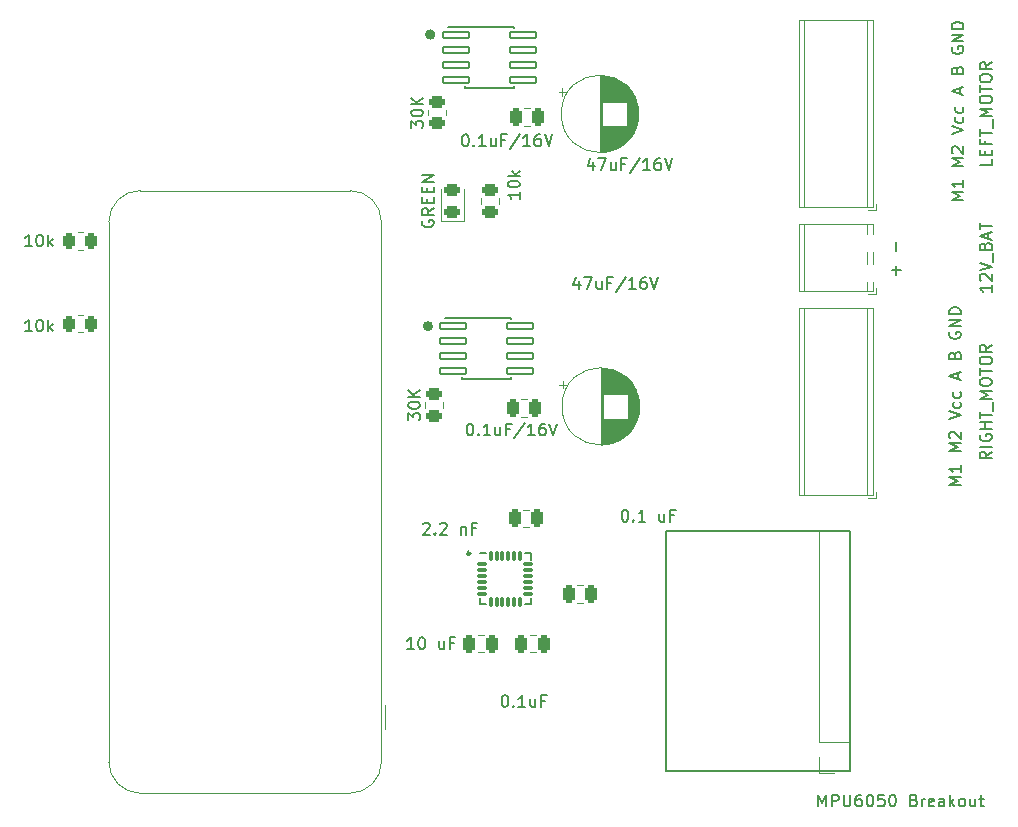
<source format=gto>
%TF.GenerationSoftware,KiCad,Pcbnew,7.0.7*%
%TF.CreationDate,2023-11-09T13:19:11-08:00*%
%TF.ProjectId,Balance_Bot,42616c61-6e63-4655-9f42-6f742e6b6963,rev?*%
%TF.SameCoordinates,Original*%
%TF.FileFunction,Legend,Top*%
%TF.FilePolarity,Positive*%
%FSLAX46Y46*%
G04 Gerber Fmt 4.6, Leading zero omitted, Abs format (unit mm)*
G04 Created by KiCad (PCBNEW 7.0.7) date 2023-11-09 13:19:11*
%MOMM*%
%LPD*%
G01*
G04 APERTURE LIST*
G04 Aperture macros list*
%AMRoundRect*
0 Rectangle with rounded corners*
0 $1 Rounding radius*
0 $2 $3 $4 $5 $6 $7 $8 $9 X,Y pos of 4 corners*
0 Add a 4 corners polygon primitive as box body*
4,1,4,$2,$3,$4,$5,$6,$7,$8,$9,$2,$3,0*
0 Add four circle primitives for the rounded corners*
1,1,$1+$1,$2,$3*
1,1,$1+$1,$4,$5*
1,1,$1+$1,$6,$7*
1,1,$1+$1,$8,$9*
0 Add four rect primitives between the rounded corners*
20,1,$1+$1,$2,$3,$4,$5,0*
20,1,$1+$1,$4,$5,$6,$7,0*
20,1,$1+$1,$6,$7,$8,$9,0*
20,1,$1+$1,$8,$9,$2,$3,0*%
G04 Aperture macros list end*
%ADD10C,0.281155*%
%ADD11C,0.150000*%
%ADD12C,0.456000*%
%ADD13C,0.120000*%
%ADD14C,3.200000*%
%ADD15RoundRect,0.250000X-0.262500X-0.450000X0.262500X-0.450000X0.262500X0.450000X-0.262500X0.450000X0*%
%ADD16RoundRect,0.250000X-0.450000X0.262500X-0.450000X-0.262500X0.450000X-0.262500X0.450000X0.262500X0*%
%ADD17C,0.770000*%
%ADD18RoundRect,0.070000X-1.100000X-0.250000X1.100000X-0.250000X1.100000X0.250000X-1.100000X0.250000X0*%
%ADD19R,2.400000X3.100000*%
%ADD20RoundRect,0.250000X0.250000X0.475000X-0.250000X0.475000X-0.250000X-0.475000X0.250000X-0.475000X0*%
%ADD21R,1.600000X1.600000*%
%ADD22C,1.600000*%
%ADD23C,2.200000*%
%ADD24R,2.200000X2.200000*%
%ADD25C,1.100000*%
%ADD26RoundRect,0.075000X-0.350000X-0.075000X0.350000X-0.075000X0.350000X0.075000X-0.350000X0.075000X0*%
%ADD27RoundRect,0.075000X0.075000X-0.350000X0.075000X0.350000X-0.075000X0.350000X-0.075000X-0.350000X0*%
%ADD28R,1.700000X1.700000*%
%ADD29O,1.700000X1.700000*%
%ADD30RoundRect,0.243750X0.456250X-0.243750X0.456250X0.243750X-0.456250X0.243750X-0.456250X-0.243750X0*%
%ADD31RoundRect,0.250000X0.450000X-0.262500X0.450000X0.262500X-0.450000X0.262500X-0.450000X-0.262500X0*%
%ADD32RoundRect,0.250000X-0.250000X-0.475000X0.250000X-0.475000X0.250000X0.475000X-0.250000X0.475000X0*%
G04 APERTURE END LIST*
D10*
X159540577Y-115450000D02*
G75*
G03*
X159540577Y-115450000I-140577J0D01*
G01*
D11*
X176110631Y-113569070D02*
X191680000Y-113569070D01*
X191680000Y-133830931D01*
X176110631Y-133830931D01*
X176110631Y-113569070D01*
D12*
X156164532Y-96212233D02*
G75*
G03*
X156164532Y-96212233I-228000J0D01*
G01*
X156360593Y-71518460D02*
G75*
G03*
X156360593Y-71518460I-228000J0D01*
G01*
D11*
X188986779Y-136869819D02*
X188986779Y-135869819D01*
X188986779Y-135869819D02*
X189320112Y-136584104D01*
X189320112Y-136584104D02*
X189653445Y-135869819D01*
X189653445Y-135869819D02*
X189653445Y-136869819D01*
X190129636Y-136869819D02*
X190129636Y-135869819D01*
X190129636Y-135869819D02*
X190510588Y-135869819D01*
X190510588Y-135869819D02*
X190605826Y-135917438D01*
X190605826Y-135917438D02*
X190653445Y-135965057D01*
X190653445Y-135965057D02*
X190701064Y-136060295D01*
X190701064Y-136060295D02*
X190701064Y-136203152D01*
X190701064Y-136203152D02*
X190653445Y-136298390D01*
X190653445Y-136298390D02*
X190605826Y-136346009D01*
X190605826Y-136346009D02*
X190510588Y-136393628D01*
X190510588Y-136393628D02*
X190129636Y-136393628D01*
X191129636Y-135869819D02*
X191129636Y-136679342D01*
X191129636Y-136679342D02*
X191177255Y-136774580D01*
X191177255Y-136774580D02*
X191224874Y-136822200D01*
X191224874Y-136822200D02*
X191320112Y-136869819D01*
X191320112Y-136869819D02*
X191510588Y-136869819D01*
X191510588Y-136869819D02*
X191605826Y-136822200D01*
X191605826Y-136822200D02*
X191653445Y-136774580D01*
X191653445Y-136774580D02*
X191701064Y-136679342D01*
X191701064Y-136679342D02*
X191701064Y-135869819D01*
X192605826Y-135869819D02*
X192415350Y-135869819D01*
X192415350Y-135869819D02*
X192320112Y-135917438D01*
X192320112Y-135917438D02*
X192272493Y-135965057D01*
X192272493Y-135965057D02*
X192177255Y-136107914D01*
X192177255Y-136107914D02*
X192129636Y-136298390D01*
X192129636Y-136298390D02*
X192129636Y-136679342D01*
X192129636Y-136679342D02*
X192177255Y-136774580D01*
X192177255Y-136774580D02*
X192224874Y-136822200D01*
X192224874Y-136822200D02*
X192320112Y-136869819D01*
X192320112Y-136869819D02*
X192510588Y-136869819D01*
X192510588Y-136869819D02*
X192605826Y-136822200D01*
X192605826Y-136822200D02*
X192653445Y-136774580D01*
X192653445Y-136774580D02*
X192701064Y-136679342D01*
X192701064Y-136679342D02*
X192701064Y-136441247D01*
X192701064Y-136441247D02*
X192653445Y-136346009D01*
X192653445Y-136346009D02*
X192605826Y-136298390D01*
X192605826Y-136298390D02*
X192510588Y-136250771D01*
X192510588Y-136250771D02*
X192320112Y-136250771D01*
X192320112Y-136250771D02*
X192224874Y-136298390D01*
X192224874Y-136298390D02*
X192177255Y-136346009D01*
X192177255Y-136346009D02*
X192129636Y-136441247D01*
X193320112Y-135869819D02*
X193415350Y-135869819D01*
X193415350Y-135869819D02*
X193510588Y-135917438D01*
X193510588Y-135917438D02*
X193558207Y-135965057D01*
X193558207Y-135965057D02*
X193605826Y-136060295D01*
X193605826Y-136060295D02*
X193653445Y-136250771D01*
X193653445Y-136250771D02*
X193653445Y-136488866D01*
X193653445Y-136488866D02*
X193605826Y-136679342D01*
X193605826Y-136679342D02*
X193558207Y-136774580D01*
X193558207Y-136774580D02*
X193510588Y-136822200D01*
X193510588Y-136822200D02*
X193415350Y-136869819D01*
X193415350Y-136869819D02*
X193320112Y-136869819D01*
X193320112Y-136869819D02*
X193224874Y-136822200D01*
X193224874Y-136822200D02*
X193177255Y-136774580D01*
X193177255Y-136774580D02*
X193129636Y-136679342D01*
X193129636Y-136679342D02*
X193082017Y-136488866D01*
X193082017Y-136488866D02*
X193082017Y-136250771D01*
X193082017Y-136250771D02*
X193129636Y-136060295D01*
X193129636Y-136060295D02*
X193177255Y-135965057D01*
X193177255Y-135965057D02*
X193224874Y-135917438D01*
X193224874Y-135917438D02*
X193320112Y-135869819D01*
X194558207Y-135869819D02*
X194082017Y-135869819D01*
X194082017Y-135869819D02*
X194034398Y-136346009D01*
X194034398Y-136346009D02*
X194082017Y-136298390D01*
X194082017Y-136298390D02*
X194177255Y-136250771D01*
X194177255Y-136250771D02*
X194415350Y-136250771D01*
X194415350Y-136250771D02*
X194510588Y-136298390D01*
X194510588Y-136298390D02*
X194558207Y-136346009D01*
X194558207Y-136346009D02*
X194605826Y-136441247D01*
X194605826Y-136441247D02*
X194605826Y-136679342D01*
X194605826Y-136679342D02*
X194558207Y-136774580D01*
X194558207Y-136774580D02*
X194510588Y-136822200D01*
X194510588Y-136822200D02*
X194415350Y-136869819D01*
X194415350Y-136869819D02*
X194177255Y-136869819D01*
X194177255Y-136869819D02*
X194082017Y-136822200D01*
X194082017Y-136822200D02*
X194034398Y-136774580D01*
X195224874Y-135869819D02*
X195320112Y-135869819D01*
X195320112Y-135869819D02*
X195415350Y-135917438D01*
X195415350Y-135917438D02*
X195462969Y-135965057D01*
X195462969Y-135965057D02*
X195510588Y-136060295D01*
X195510588Y-136060295D02*
X195558207Y-136250771D01*
X195558207Y-136250771D02*
X195558207Y-136488866D01*
X195558207Y-136488866D02*
X195510588Y-136679342D01*
X195510588Y-136679342D02*
X195462969Y-136774580D01*
X195462969Y-136774580D02*
X195415350Y-136822200D01*
X195415350Y-136822200D02*
X195320112Y-136869819D01*
X195320112Y-136869819D02*
X195224874Y-136869819D01*
X195224874Y-136869819D02*
X195129636Y-136822200D01*
X195129636Y-136822200D02*
X195082017Y-136774580D01*
X195082017Y-136774580D02*
X195034398Y-136679342D01*
X195034398Y-136679342D02*
X194986779Y-136488866D01*
X194986779Y-136488866D02*
X194986779Y-136250771D01*
X194986779Y-136250771D02*
X195034398Y-136060295D01*
X195034398Y-136060295D02*
X195082017Y-135965057D01*
X195082017Y-135965057D02*
X195129636Y-135917438D01*
X195129636Y-135917438D02*
X195224874Y-135869819D01*
X197082017Y-136346009D02*
X197224874Y-136393628D01*
X197224874Y-136393628D02*
X197272493Y-136441247D01*
X197272493Y-136441247D02*
X197320112Y-136536485D01*
X197320112Y-136536485D02*
X197320112Y-136679342D01*
X197320112Y-136679342D02*
X197272493Y-136774580D01*
X197272493Y-136774580D02*
X197224874Y-136822200D01*
X197224874Y-136822200D02*
X197129636Y-136869819D01*
X197129636Y-136869819D02*
X196748684Y-136869819D01*
X196748684Y-136869819D02*
X196748684Y-135869819D01*
X196748684Y-135869819D02*
X197082017Y-135869819D01*
X197082017Y-135869819D02*
X197177255Y-135917438D01*
X197177255Y-135917438D02*
X197224874Y-135965057D01*
X197224874Y-135965057D02*
X197272493Y-136060295D01*
X197272493Y-136060295D02*
X197272493Y-136155533D01*
X197272493Y-136155533D02*
X197224874Y-136250771D01*
X197224874Y-136250771D02*
X197177255Y-136298390D01*
X197177255Y-136298390D02*
X197082017Y-136346009D01*
X197082017Y-136346009D02*
X196748684Y-136346009D01*
X197748684Y-136869819D02*
X197748684Y-136203152D01*
X197748684Y-136393628D02*
X197796303Y-136298390D01*
X197796303Y-136298390D02*
X197843922Y-136250771D01*
X197843922Y-136250771D02*
X197939160Y-136203152D01*
X197939160Y-136203152D02*
X198034398Y-136203152D01*
X198748684Y-136822200D02*
X198653446Y-136869819D01*
X198653446Y-136869819D02*
X198462970Y-136869819D01*
X198462970Y-136869819D02*
X198367732Y-136822200D01*
X198367732Y-136822200D02*
X198320113Y-136726961D01*
X198320113Y-136726961D02*
X198320113Y-136346009D01*
X198320113Y-136346009D02*
X198367732Y-136250771D01*
X198367732Y-136250771D02*
X198462970Y-136203152D01*
X198462970Y-136203152D02*
X198653446Y-136203152D01*
X198653446Y-136203152D02*
X198748684Y-136250771D01*
X198748684Y-136250771D02*
X198796303Y-136346009D01*
X198796303Y-136346009D02*
X198796303Y-136441247D01*
X198796303Y-136441247D02*
X198320113Y-136536485D01*
X199653446Y-136869819D02*
X199653446Y-136346009D01*
X199653446Y-136346009D02*
X199605827Y-136250771D01*
X199605827Y-136250771D02*
X199510589Y-136203152D01*
X199510589Y-136203152D02*
X199320113Y-136203152D01*
X199320113Y-136203152D02*
X199224875Y-136250771D01*
X199653446Y-136822200D02*
X199558208Y-136869819D01*
X199558208Y-136869819D02*
X199320113Y-136869819D01*
X199320113Y-136869819D02*
X199224875Y-136822200D01*
X199224875Y-136822200D02*
X199177256Y-136726961D01*
X199177256Y-136726961D02*
X199177256Y-136631723D01*
X199177256Y-136631723D02*
X199224875Y-136536485D01*
X199224875Y-136536485D02*
X199320113Y-136488866D01*
X199320113Y-136488866D02*
X199558208Y-136488866D01*
X199558208Y-136488866D02*
X199653446Y-136441247D01*
X200129637Y-136869819D02*
X200129637Y-135869819D01*
X200224875Y-136488866D02*
X200510589Y-136869819D01*
X200510589Y-136203152D02*
X200129637Y-136584104D01*
X201082018Y-136869819D02*
X200986780Y-136822200D01*
X200986780Y-136822200D02*
X200939161Y-136774580D01*
X200939161Y-136774580D02*
X200891542Y-136679342D01*
X200891542Y-136679342D02*
X200891542Y-136393628D01*
X200891542Y-136393628D02*
X200939161Y-136298390D01*
X200939161Y-136298390D02*
X200986780Y-136250771D01*
X200986780Y-136250771D02*
X201082018Y-136203152D01*
X201082018Y-136203152D02*
X201224875Y-136203152D01*
X201224875Y-136203152D02*
X201320113Y-136250771D01*
X201320113Y-136250771D02*
X201367732Y-136298390D01*
X201367732Y-136298390D02*
X201415351Y-136393628D01*
X201415351Y-136393628D02*
X201415351Y-136679342D01*
X201415351Y-136679342D02*
X201367732Y-136774580D01*
X201367732Y-136774580D02*
X201320113Y-136822200D01*
X201320113Y-136822200D02*
X201224875Y-136869819D01*
X201224875Y-136869819D02*
X201082018Y-136869819D01*
X202272494Y-136203152D02*
X202272494Y-136869819D01*
X201843923Y-136203152D02*
X201843923Y-136726961D01*
X201843923Y-136726961D02*
X201891542Y-136822200D01*
X201891542Y-136822200D02*
X201986780Y-136869819D01*
X201986780Y-136869819D02*
X202129637Y-136869819D01*
X202129637Y-136869819D02*
X202224875Y-136822200D01*
X202224875Y-136822200D02*
X202272494Y-136774580D01*
X202605828Y-136203152D02*
X202986780Y-136203152D01*
X202748685Y-135869819D02*
X202748685Y-136726961D01*
X202748685Y-136726961D02*
X202796304Y-136822200D01*
X202796304Y-136822200D02*
X202891542Y-136869819D01*
X202891542Y-136869819D02*
X202986780Y-136869819D01*
X201269819Y-85515220D02*
X200269819Y-85515220D01*
X200269819Y-85515220D02*
X200984104Y-85181887D01*
X200984104Y-85181887D02*
X200269819Y-84848554D01*
X200269819Y-84848554D02*
X201269819Y-84848554D01*
X201269819Y-83848554D02*
X201269819Y-84419982D01*
X201269819Y-84134268D02*
X200269819Y-84134268D01*
X200269819Y-84134268D02*
X200412676Y-84229506D01*
X200412676Y-84229506D02*
X200507914Y-84324744D01*
X200507914Y-84324744D02*
X200555533Y-84419982D01*
X201269819Y-82658077D02*
X200269819Y-82658077D01*
X200269819Y-82658077D02*
X200984104Y-82324744D01*
X200984104Y-82324744D02*
X200269819Y-81991411D01*
X200269819Y-81991411D02*
X201269819Y-81991411D01*
X200365057Y-81562839D02*
X200317438Y-81515220D01*
X200317438Y-81515220D02*
X200269819Y-81419982D01*
X200269819Y-81419982D02*
X200269819Y-81181887D01*
X200269819Y-81181887D02*
X200317438Y-81086649D01*
X200317438Y-81086649D02*
X200365057Y-81039030D01*
X200365057Y-81039030D02*
X200460295Y-80991411D01*
X200460295Y-80991411D02*
X200555533Y-80991411D01*
X200555533Y-80991411D02*
X200698390Y-81039030D01*
X200698390Y-81039030D02*
X201269819Y-81610458D01*
X201269819Y-81610458D02*
X201269819Y-80991411D01*
X200269819Y-79943791D02*
X201269819Y-79610458D01*
X201269819Y-79610458D02*
X200269819Y-79277125D01*
X201222200Y-78515220D02*
X201269819Y-78610458D01*
X201269819Y-78610458D02*
X201269819Y-78800934D01*
X201269819Y-78800934D02*
X201222200Y-78896172D01*
X201222200Y-78896172D02*
X201174580Y-78943791D01*
X201174580Y-78943791D02*
X201079342Y-78991410D01*
X201079342Y-78991410D02*
X200793628Y-78991410D01*
X200793628Y-78991410D02*
X200698390Y-78943791D01*
X200698390Y-78943791D02*
X200650771Y-78896172D01*
X200650771Y-78896172D02*
X200603152Y-78800934D01*
X200603152Y-78800934D02*
X200603152Y-78610458D01*
X200603152Y-78610458D02*
X200650771Y-78515220D01*
X201222200Y-77658077D02*
X201269819Y-77753315D01*
X201269819Y-77753315D02*
X201269819Y-77943791D01*
X201269819Y-77943791D02*
X201222200Y-78039029D01*
X201222200Y-78039029D02*
X201174580Y-78086648D01*
X201174580Y-78086648D02*
X201079342Y-78134267D01*
X201079342Y-78134267D02*
X200793628Y-78134267D01*
X200793628Y-78134267D02*
X200698390Y-78086648D01*
X200698390Y-78086648D02*
X200650771Y-78039029D01*
X200650771Y-78039029D02*
X200603152Y-77943791D01*
X200603152Y-77943791D02*
X200603152Y-77753315D01*
X200603152Y-77753315D02*
X200650771Y-77658077D01*
X200984104Y-76515219D02*
X200984104Y-76039029D01*
X201269819Y-76610457D02*
X200269819Y-76277124D01*
X200269819Y-76277124D02*
X201269819Y-75943791D01*
X200746009Y-74515219D02*
X200793628Y-74372362D01*
X200793628Y-74372362D02*
X200841247Y-74324743D01*
X200841247Y-74324743D02*
X200936485Y-74277124D01*
X200936485Y-74277124D02*
X201079342Y-74277124D01*
X201079342Y-74277124D02*
X201174580Y-74324743D01*
X201174580Y-74324743D02*
X201222200Y-74372362D01*
X201222200Y-74372362D02*
X201269819Y-74467600D01*
X201269819Y-74467600D02*
X201269819Y-74848552D01*
X201269819Y-74848552D02*
X200269819Y-74848552D01*
X200269819Y-74848552D02*
X200269819Y-74515219D01*
X200269819Y-74515219D02*
X200317438Y-74419981D01*
X200317438Y-74419981D02*
X200365057Y-74372362D01*
X200365057Y-74372362D02*
X200460295Y-74324743D01*
X200460295Y-74324743D02*
X200555533Y-74324743D01*
X200555533Y-74324743D02*
X200650771Y-74372362D01*
X200650771Y-74372362D02*
X200698390Y-74419981D01*
X200698390Y-74419981D02*
X200746009Y-74515219D01*
X200746009Y-74515219D02*
X200746009Y-74848552D01*
X200317438Y-72562838D02*
X200269819Y-72658076D01*
X200269819Y-72658076D02*
X200269819Y-72800933D01*
X200269819Y-72800933D02*
X200317438Y-72943790D01*
X200317438Y-72943790D02*
X200412676Y-73039028D01*
X200412676Y-73039028D02*
X200507914Y-73086647D01*
X200507914Y-73086647D02*
X200698390Y-73134266D01*
X200698390Y-73134266D02*
X200841247Y-73134266D01*
X200841247Y-73134266D02*
X201031723Y-73086647D01*
X201031723Y-73086647D02*
X201126961Y-73039028D01*
X201126961Y-73039028D02*
X201222200Y-72943790D01*
X201222200Y-72943790D02*
X201269819Y-72800933D01*
X201269819Y-72800933D02*
X201269819Y-72705695D01*
X201269819Y-72705695D02*
X201222200Y-72562838D01*
X201222200Y-72562838D02*
X201174580Y-72515219D01*
X201174580Y-72515219D02*
X200841247Y-72515219D01*
X200841247Y-72515219D02*
X200841247Y-72705695D01*
X201269819Y-72086647D02*
X200269819Y-72086647D01*
X200269819Y-72086647D02*
X201269819Y-71515219D01*
X201269819Y-71515219D02*
X200269819Y-71515219D01*
X201269819Y-71039028D02*
X200269819Y-71039028D01*
X200269819Y-71039028D02*
X200269819Y-70800933D01*
X200269819Y-70800933D02*
X200317438Y-70658076D01*
X200317438Y-70658076D02*
X200412676Y-70562838D01*
X200412676Y-70562838D02*
X200507914Y-70515219D01*
X200507914Y-70515219D02*
X200698390Y-70467600D01*
X200698390Y-70467600D02*
X200841247Y-70467600D01*
X200841247Y-70467600D02*
X201031723Y-70515219D01*
X201031723Y-70515219D02*
X201126961Y-70562838D01*
X201126961Y-70562838D02*
X201222200Y-70658076D01*
X201222200Y-70658076D02*
X201269819Y-70800933D01*
X201269819Y-70800933D02*
X201269819Y-71039028D01*
X195576866Y-91865220D02*
X195576866Y-91103316D01*
X195957819Y-91484268D02*
X195195914Y-91484268D01*
X195576866Y-89865220D02*
X195576866Y-89103316D01*
X201069819Y-109663220D02*
X200069819Y-109663220D01*
X200069819Y-109663220D02*
X200784104Y-109329887D01*
X200784104Y-109329887D02*
X200069819Y-108996554D01*
X200069819Y-108996554D02*
X201069819Y-108996554D01*
X201069819Y-107996554D02*
X201069819Y-108567982D01*
X201069819Y-108282268D02*
X200069819Y-108282268D01*
X200069819Y-108282268D02*
X200212676Y-108377506D01*
X200212676Y-108377506D02*
X200307914Y-108472744D01*
X200307914Y-108472744D02*
X200355533Y-108567982D01*
X201069819Y-106806077D02*
X200069819Y-106806077D01*
X200069819Y-106806077D02*
X200784104Y-106472744D01*
X200784104Y-106472744D02*
X200069819Y-106139411D01*
X200069819Y-106139411D02*
X201069819Y-106139411D01*
X200165057Y-105710839D02*
X200117438Y-105663220D01*
X200117438Y-105663220D02*
X200069819Y-105567982D01*
X200069819Y-105567982D02*
X200069819Y-105329887D01*
X200069819Y-105329887D02*
X200117438Y-105234649D01*
X200117438Y-105234649D02*
X200165057Y-105187030D01*
X200165057Y-105187030D02*
X200260295Y-105139411D01*
X200260295Y-105139411D02*
X200355533Y-105139411D01*
X200355533Y-105139411D02*
X200498390Y-105187030D01*
X200498390Y-105187030D02*
X201069819Y-105758458D01*
X201069819Y-105758458D02*
X201069819Y-105139411D01*
X200069819Y-104091791D02*
X201069819Y-103758458D01*
X201069819Y-103758458D02*
X200069819Y-103425125D01*
X201022200Y-102663220D02*
X201069819Y-102758458D01*
X201069819Y-102758458D02*
X201069819Y-102948934D01*
X201069819Y-102948934D02*
X201022200Y-103044172D01*
X201022200Y-103044172D02*
X200974580Y-103091791D01*
X200974580Y-103091791D02*
X200879342Y-103139410D01*
X200879342Y-103139410D02*
X200593628Y-103139410D01*
X200593628Y-103139410D02*
X200498390Y-103091791D01*
X200498390Y-103091791D02*
X200450771Y-103044172D01*
X200450771Y-103044172D02*
X200403152Y-102948934D01*
X200403152Y-102948934D02*
X200403152Y-102758458D01*
X200403152Y-102758458D02*
X200450771Y-102663220D01*
X201022200Y-101806077D02*
X201069819Y-101901315D01*
X201069819Y-101901315D02*
X201069819Y-102091791D01*
X201069819Y-102091791D02*
X201022200Y-102187029D01*
X201022200Y-102187029D02*
X200974580Y-102234648D01*
X200974580Y-102234648D02*
X200879342Y-102282267D01*
X200879342Y-102282267D02*
X200593628Y-102282267D01*
X200593628Y-102282267D02*
X200498390Y-102234648D01*
X200498390Y-102234648D02*
X200450771Y-102187029D01*
X200450771Y-102187029D02*
X200403152Y-102091791D01*
X200403152Y-102091791D02*
X200403152Y-101901315D01*
X200403152Y-101901315D02*
X200450771Y-101806077D01*
X200784104Y-100663219D02*
X200784104Y-100187029D01*
X201069819Y-100758457D02*
X200069819Y-100425124D01*
X200069819Y-100425124D02*
X201069819Y-100091791D01*
X200546009Y-98663219D02*
X200593628Y-98520362D01*
X200593628Y-98520362D02*
X200641247Y-98472743D01*
X200641247Y-98472743D02*
X200736485Y-98425124D01*
X200736485Y-98425124D02*
X200879342Y-98425124D01*
X200879342Y-98425124D02*
X200974580Y-98472743D01*
X200974580Y-98472743D02*
X201022200Y-98520362D01*
X201022200Y-98520362D02*
X201069819Y-98615600D01*
X201069819Y-98615600D02*
X201069819Y-98996552D01*
X201069819Y-98996552D02*
X200069819Y-98996552D01*
X200069819Y-98996552D02*
X200069819Y-98663219D01*
X200069819Y-98663219D02*
X200117438Y-98567981D01*
X200117438Y-98567981D02*
X200165057Y-98520362D01*
X200165057Y-98520362D02*
X200260295Y-98472743D01*
X200260295Y-98472743D02*
X200355533Y-98472743D01*
X200355533Y-98472743D02*
X200450771Y-98520362D01*
X200450771Y-98520362D02*
X200498390Y-98567981D01*
X200498390Y-98567981D02*
X200546009Y-98663219D01*
X200546009Y-98663219D02*
X200546009Y-98996552D01*
X200117438Y-96710838D02*
X200069819Y-96806076D01*
X200069819Y-96806076D02*
X200069819Y-96948933D01*
X200069819Y-96948933D02*
X200117438Y-97091790D01*
X200117438Y-97091790D02*
X200212676Y-97187028D01*
X200212676Y-97187028D02*
X200307914Y-97234647D01*
X200307914Y-97234647D02*
X200498390Y-97282266D01*
X200498390Y-97282266D02*
X200641247Y-97282266D01*
X200641247Y-97282266D02*
X200831723Y-97234647D01*
X200831723Y-97234647D02*
X200926961Y-97187028D01*
X200926961Y-97187028D02*
X201022200Y-97091790D01*
X201022200Y-97091790D02*
X201069819Y-96948933D01*
X201069819Y-96948933D02*
X201069819Y-96853695D01*
X201069819Y-96853695D02*
X201022200Y-96710838D01*
X201022200Y-96710838D02*
X200974580Y-96663219D01*
X200974580Y-96663219D02*
X200641247Y-96663219D01*
X200641247Y-96663219D02*
X200641247Y-96853695D01*
X201069819Y-96234647D02*
X200069819Y-96234647D01*
X200069819Y-96234647D02*
X201069819Y-95663219D01*
X201069819Y-95663219D02*
X200069819Y-95663219D01*
X201069819Y-95187028D02*
X200069819Y-95187028D01*
X200069819Y-95187028D02*
X200069819Y-94948933D01*
X200069819Y-94948933D02*
X200117438Y-94806076D01*
X200117438Y-94806076D02*
X200212676Y-94710838D01*
X200212676Y-94710838D02*
X200307914Y-94663219D01*
X200307914Y-94663219D02*
X200498390Y-94615600D01*
X200498390Y-94615600D02*
X200641247Y-94615600D01*
X200641247Y-94615600D02*
X200831723Y-94663219D01*
X200831723Y-94663219D02*
X200926961Y-94710838D01*
X200926961Y-94710838D02*
X201022200Y-94806076D01*
X201022200Y-94806076D02*
X201069819Y-94948933D01*
X201069819Y-94948933D02*
X201069819Y-95187028D01*
X122404761Y-89454819D02*
X121833333Y-89454819D01*
X122119047Y-89454819D02*
X122119047Y-88454819D01*
X122119047Y-88454819D02*
X122023809Y-88597676D01*
X122023809Y-88597676D02*
X121928571Y-88692914D01*
X121928571Y-88692914D02*
X121833333Y-88740533D01*
X123023809Y-88454819D02*
X123119047Y-88454819D01*
X123119047Y-88454819D02*
X123214285Y-88502438D01*
X123214285Y-88502438D02*
X123261904Y-88550057D01*
X123261904Y-88550057D02*
X123309523Y-88645295D01*
X123309523Y-88645295D02*
X123357142Y-88835771D01*
X123357142Y-88835771D02*
X123357142Y-89073866D01*
X123357142Y-89073866D02*
X123309523Y-89264342D01*
X123309523Y-89264342D02*
X123261904Y-89359580D01*
X123261904Y-89359580D02*
X123214285Y-89407200D01*
X123214285Y-89407200D02*
X123119047Y-89454819D01*
X123119047Y-89454819D02*
X123023809Y-89454819D01*
X123023809Y-89454819D02*
X122928571Y-89407200D01*
X122928571Y-89407200D02*
X122880952Y-89359580D01*
X122880952Y-89359580D02*
X122833333Y-89264342D01*
X122833333Y-89264342D02*
X122785714Y-89073866D01*
X122785714Y-89073866D02*
X122785714Y-88835771D01*
X122785714Y-88835771D02*
X122833333Y-88645295D01*
X122833333Y-88645295D02*
X122880952Y-88550057D01*
X122880952Y-88550057D02*
X122928571Y-88502438D01*
X122928571Y-88502438D02*
X123023809Y-88454819D01*
X123785714Y-89454819D02*
X123785714Y-88454819D01*
X123880952Y-89073866D02*
X124166666Y-89454819D01*
X124166666Y-88788152D02*
X123785714Y-89169104D01*
X154268819Y-104179523D02*
X154268819Y-103560476D01*
X154268819Y-103560476D02*
X154649771Y-103893809D01*
X154649771Y-103893809D02*
X154649771Y-103750952D01*
X154649771Y-103750952D02*
X154697390Y-103655714D01*
X154697390Y-103655714D02*
X154745009Y-103608095D01*
X154745009Y-103608095D02*
X154840247Y-103560476D01*
X154840247Y-103560476D02*
X155078342Y-103560476D01*
X155078342Y-103560476D02*
X155173580Y-103608095D01*
X155173580Y-103608095D02*
X155221200Y-103655714D01*
X155221200Y-103655714D02*
X155268819Y-103750952D01*
X155268819Y-103750952D02*
X155268819Y-104036666D01*
X155268819Y-104036666D02*
X155221200Y-104131904D01*
X155221200Y-104131904D02*
X155173580Y-104179523D01*
X154268819Y-102941428D02*
X154268819Y-102846190D01*
X154268819Y-102846190D02*
X154316438Y-102750952D01*
X154316438Y-102750952D02*
X154364057Y-102703333D01*
X154364057Y-102703333D02*
X154459295Y-102655714D01*
X154459295Y-102655714D02*
X154649771Y-102608095D01*
X154649771Y-102608095D02*
X154887866Y-102608095D01*
X154887866Y-102608095D02*
X155078342Y-102655714D01*
X155078342Y-102655714D02*
X155173580Y-102703333D01*
X155173580Y-102703333D02*
X155221200Y-102750952D01*
X155221200Y-102750952D02*
X155268819Y-102846190D01*
X155268819Y-102846190D02*
X155268819Y-102941428D01*
X155268819Y-102941428D02*
X155221200Y-103036666D01*
X155221200Y-103036666D02*
X155173580Y-103084285D01*
X155173580Y-103084285D02*
X155078342Y-103131904D01*
X155078342Y-103131904D02*
X154887866Y-103179523D01*
X154887866Y-103179523D02*
X154649771Y-103179523D01*
X154649771Y-103179523D02*
X154459295Y-103131904D01*
X154459295Y-103131904D02*
X154364057Y-103084285D01*
X154364057Y-103084285D02*
X154316438Y-103036666D01*
X154316438Y-103036666D02*
X154268819Y-102941428D01*
X155268819Y-102179523D02*
X154268819Y-102179523D01*
X155268819Y-101608095D02*
X154697390Y-102036666D01*
X154268819Y-101608095D02*
X154840247Y-102179523D01*
X159052381Y-79972819D02*
X159147619Y-79972819D01*
X159147619Y-79972819D02*
X159242857Y-80020438D01*
X159242857Y-80020438D02*
X159290476Y-80068057D01*
X159290476Y-80068057D02*
X159338095Y-80163295D01*
X159338095Y-80163295D02*
X159385714Y-80353771D01*
X159385714Y-80353771D02*
X159385714Y-80591866D01*
X159385714Y-80591866D02*
X159338095Y-80782342D01*
X159338095Y-80782342D02*
X159290476Y-80877580D01*
X159290476Y-80877580D02*
X159242857Y-80925200D01*
X159242857Y-80925200D02*
X159147619Y-80972819D01*
X159147619Y-80972819D02*
X159052381Y-80972819D01*
X159052381Y-80972819D02*
X158957143Y-80925200D01*
X158957143Y-80925200D02*
X158909524Y-80877580D01*
X158909524Y-80877580D02*
X158861905Y-80782342D01*
X158861905Y-80782342D02*
X158814286Y-80591866D01*
X158814286Y-80591866D02*
X158814286Y-80353771D01*
X158814286Y-80353771D02*
X158861905Y-80163295D01*
X158861905Y-80163295D02*
X158909524Y-80068057D01*
X158909524Y-80068057D02*
X158957143Y-80020438D01*
X158957143Y-80020438D02*
X159052381Y-79972819D01*
X159814286Y-80877580D02*
X159861905Y-80925200D01*
X159861905Y-80925200D02*
X159814286Y-80972819D01*
X159814286Y-80972819D02*
X159766667Y-80925200D01*
X159766667Y-80925200D02*
X159814286Y-80877580D01*
X159814286Y-80877580D02*
X159814286Y-80972819D01*
X160814285Y-80972819D02*
X160242857Y-80972819D01*
X160528571Y-80972819D02*
X160528571Y-79972819D01*
X160528571Y-79972819D02*
X160433333Y-80115676D01*
X160433333Y-80115676D02*
X160338095Y-80210914D01*
X160338095Y-80210914D02*
X160242857Y-80258533D01*
X161671428Y-80306152D02*
X161671428Y-80972819D01*
X161242857Y-80306152D02*
X161242857Y-80829961D01*
X161242857Y-80829961D02*
X161290476Y-80925200D01*
X161290476Y-80925200D02*
X161385714Y-80972819D01*
X161385714Y-80972819D02*
X161528571Y-80972819D01*
X161528571Y-80972819D02*
X161623809Y-80925200D01*
X161623809Y-80925200D02*
X161671428Y-80877580D01*
X162480952Y-80449009D02*
X162147619Y-80449009D01*
X162147619Y-80972819D02*
X162147619Y-79972819D01*
X162147619Y-79972819D02*
X162623809Y-79972819D01*
X163719047Y-79925200D02*
X162861905Y-81210914D01*
X164576190Y-80972819D02*
X164004762Y-80972819D01*
X164290476Y-80972819D02*
X164290476Y-79972819D01*
X164290476Y-79972819D02*
X164195238Y-80115676D01*
X164195238Y-80115676D02*
X164100000Y-80210914D01*
X164100000Y-80210914D02*
X164004762Y-80258533D01*
X165433333Y-79972819D02*
X165242857Y-79972819D01*
X165242857Y-79972819D02*
X165147619Y-80020438D01*
X165147619Y-80020438D02*
X165100000Y-80068057D01*
X165100000Y-80068057D02*
X165004762Y-80210914D01*
X165004762Y-80210914D02*
X164957143Y-80401390D01*
X164957143Y-80401390D02*
X164957143Y-80782342D01*
X164957143Y-80782342D02*
X165004762Y-80877580D01*
X165004762Y-80877580D02*
X165052381Y-80925200D01*
X165052381Y-80925200D02*
X165147619Y-80972819D01*
X165147619Y-80972819D02*
X165338095Y-80972819D01*
X165338095Y-80972819D02*
X165433333Y-80925200D01*
X165433333Y-80925200D02*
X165480952Y-80877580D01*
X165480952Y-80877580D02*
X165528571Y-80782342D01*
X165528571Y-80782342D02*
X165528571Y-80544247D01*
X165528571Y-80544247D02*
X165480952Y-80449009D01*
X165480952Y-80449009D02*
X165433333Y-80401390D01*
X165433333Y-80401390D02*
X165338095Y-80353771D01*
X165338095Y-80353771D02*
X165147619Y-80353771D01*
X165147619Y-80353771D02*
X165052381Y-80401390D01*
X165052381Y-80401390D02*
X165004762Y-80449009D01*
X165004762Y-80449009D02*
X164957143Y-80544247D01*
X165814286Y-79972819D02*
X166147619Y-80972819D01*
X166147619Y-80972819D02*
X166480952Y-79972819D01*
X169928571Y-82338152D02*
X169928571Y-83004819D01*
X169690476Y-81957200D02*
X169452381Y-82671485D01*
X169452381Y-82671485D02*
X170071428Y-82671485D01*
X170357143Y-82004819D02*
X171023809Y-82004819D01*
X171023809Y-82004819D02*
X170595238Y-83004819D01*
X171833333Y-82338152D02*
X171833333Y-83004819D01*
X171404762Y-82338152D02*
X171404762Y-82861961D01*
X171404762Y-82861961D02*
X171452381Y-82957200D01*
X171452381Y-82957200D02*
X171547619Y-83004819D01*
X171547619Y-83004819D02*
X171690476Y-83004819D01*
X171690476Y-83004819D02*
X171785714Y-82957200D01*
X171785714Y-82957200D02*
X171833333Y-82909580D01*
X172642857Y-82481009D02*
X172309524Y-82481009D01*
X172309524Y-83004819D02*
X172309524Y-82004819D01*
X172309524Y-82004819D02*
X172785714Y-82004819D01*
X173880952Y-81957200D02*
X173023810Y-83242914D01*
X174738095Y-83004819D02*
X174166667Y-83004819D01*
X174452381Y-83004819D02*
X174452381Y-82004819D01*
X174452381Y-82004819D02*
X174357143Y-82147676D01*
X174357143Y-82147676D02*
X174261905Y-82242914D01*
X174261905Y-82242914D02*
X174166667Y-82290533D01*
X175595238Y-82004819D02*
X175404762Y-82004819D01*
X175404762Y-82004819D02*
X175309524Y-82052438D01*
X175309524Y-82052438D02*
X175261905Y-82100057D01*
X175261905Y-82100057D02*
X175166667Y-82242914D01*
X175166667Y-82242914D02*
X175119048Y-82433390D01*
X175119048Y-82433390D02*
X175119048Y-82814342D01*
X175119048Y-82814342D02*
X175166667Y-82909580D01*
X175166667Y-82909580D02*
X175214286Y-82957200D01*
X175214286Y-82957200D02*
X175309524Y-83004819D01*
X175309524Y-83004819D02*
X175500000Y-83004819D01*
X175500000Y-83004819D02*
X175595238Y-82957200D01*
X175595238Y-82957200D02*
X175642857Y-82909580D01*
X175642857Y-82909580D02*
X175690476Y-82814342D01*
X175690476Y-82814342D02*
X175690476Y-82576247D01*
X175690476Y-82576247D02*
X175642857Y-82481009D01*
X175642857Y-82481009D02*
X175595238Y-82433390D01*
X175595238Y-82433390D02*
X175500000Y-82385771D01*
X175500000Y-82385771D02*
X175309524Y-82385771D01*
X175309524Y-82385771D02*
X175214286Y-82433390D01*
X175214286Y-82433390D02*
X175166667Y-82481009D01*
X175166667Y-82481009D02*
X175119048Y-82576247D01*
X175976191Y-82004819D02*
X176309524Y-83004819D01*
X176309524Y-83004819D02*
X176642857Y-82004819D01*
X203654819Y-92733524D02*
X203654819Y-93304952D01*
X203654819Y-93019238D02*
X202654819Y-93019238D01*
X202654819Y-93019238D02*
X202797676Y-93114476D01*
X202797676Y-93114476D02*
X202892914Y-93209714D01*
X202892914Y-93209714D02*
X202940533Y-93304952D01*
X202750057Y-92352571D02*
X202702438Y-92304952D01*
X202702438Y-92304952D02*
X202654819Y-92209714D01*
X202654819Y-92209714D02*
X202654819Y-91971619D01*
X202654819Y-91971619D02*
X202702438Y-91876381D01*
X202702438Y-91876381D02*
X202750057Y-91828762D01*
X202750057Y-91828762D02*
X202845295Y-91781143D01*
X202845295Y-91781143D02*
X202940533Y-91781143D01*
X202940533Y-91781143D02*
X203083390Y-91828762D01*
X203083390Y-91828762D02*
X203654819Y-92400190D01*
X203654819Y-92400190D02*
X203654819Y-91781143D01*
X202654819Y-91495428D02*
X203654819Y-91162095D01*
X203654819Y-91162095D02*
X202654819Y-90828762D01*
X203750057Y-90733524D02*
X203750057Y-89971619D01*
X203131009Y-89400190D02*
X203178628Y-89257333D01*
X203178628Y-89257333D02*
X203226247Y-89209714D01*
X203226247Y-89209714D02*
X203321485Y-89162095D01*
X203321485Y-89162095D02*
X203464342Y-89162095D01*
X203464342Y-89162095D02*
X203559580Y-89209714D01*
X203559580Y-89209714D02*
X203607200Y-89257333D01*
X203607200Y-89257333D02*
X203654819Y-89352571D01*
X203654819Y-89352571D02*
X203654819Y-89733523D01*
X203654819Y-89733523D02*
X202654819Y-89733523D01*
X202654819Y-89733523D02*
X202654819Y-89400190D01*
X202654819Y-89400190D02*
X202702438Y-89304952D01*
X202702438Y-89304952D02*
X202750057Y-89257333D01*
X202750057Y-89257333D02*
X202845295Y-89209714D01*
X202845295Y-89209714D02*
X202940533Y-89209714D01*
X202940533Y-89209714D02*
X203035771Y-89257333D01*
X203035771Y-89257333D02*
X203083390Y-89304952D01*
X203083390Y-89304952D02*
X203131009Y-89400190D01*
X203131009Y-89400190D02*
X203131009Y-89733523D01*
X203369104Y-88781142D02*
X203369104Y-88304952D01*
X203654819Y-88876380D02*
X202654819Y-88543047D01*
X202654819Y-88543047D02*
X203654819Y-88209714D01*
X202654819Y-88019237D02*
X202654819Y-87447809D01*
X203654819Y-87733523D02*
X202654819Y-87733523D01*
X162407143Y-127454819D02*
X162502381Y-127454819D01*
X162502381Y-127454819D02*
X162597619Y-127502438D01*
X162597619Y-127502438D02*
X162645238Y-127550057D01*
X162645238Y-127550057D02*
X162692857Y-127645295D01*
X162692857Y-127645295D02*
X162740476Y-127835771D01*
X162740476Y-127835771D02*
X162740476Y-128073866D01*
X162740476Y-128073866D02*
X162692857Y-128264342D01*
X162692857Y-128264342D02*
X162645238Y-128359580D01*
X162645238Y-128359580D02*
X162597619Y-128407200D01*
X162597619Y-128407200D02*
X162502381Y-128454819D01*
X162502381Y-128454819D02*
X162407143Y-128454819D01*
X162407143Y-128454819D02*
X162311905Y-128407200D01*
X162311905Y-128407200D02*
X162264286Y-128359580D01*
X162264286Y-128359580D02*
X162216667Y-128264342D01*
X162216667Y-128264342D02*
X162169048Y-128073866D01*
X162169048Y-128073866D02*
X162169048Y-127835771D01*
X162169048Y-127835771D02*
X162216667Y-127645295D01*
X162216667Y-127645295D02*
X162264286Y-127550057D01*
X162264286Y-127550057D02*
X162311905Y-127502438D01*
X162311905Y-127502438D02*
X162407143Y-127454819D01*
X163169048Y-128359580D02*
X163216667Y-128407200D01*
X163216667Y-128407200D02*
X163169048Y-128454819D01*
X163169048Y-128454819D02*
X163121429Y-128407200D01*
X163121429Y-128407200D02*
X163169048Y-128359580D01*
X163169048Y-128359580D02*
X163169048Y-128454819D01*
X164169047Y-128454819D02*
X163597619Y-128454819D01*
X163883333Y-128454819D02*
X163883333Y-127454819D01*
X163883333Y-127454819D02*
X163788095Y-127597676D01*
X163788095Y-127597676D02*
X163692857Y-127692914D01*
X163692857Y-127692914D02*
X163597619Y-127740533D01*
X165026190Y-127788152D02*
X165026190Y-128454819D01*
X164597619Y-127788152D02*
X164597619Y-128311961D01*
X164597619Y-128311961D02*
X164645238Y-128407200D01*
X164645238Y-128407200D02*
X164740476Y-128454819D01*
X164740476Y-128454819D02*
X164883333Y-128454819D01*
X164883333Y-128454819D02*
X164978571Y-128407200D01*
X164978571Y-128407200D02*
X165026190Y-128359580D01*
X165835714Y-127931009D02*
X165502381Y-127931009D01*
X165502381Y-128454819D02*
X165502381Y-127454819D01*
X165502381Y-127454819D02*
X165978571Y-127454819D01*
X159452381Y-104454819D02*
X159547619Y-104454819D01*
X159547619Y-104454819D02*
X159642857Y-104502438D01*
X159642857Y-104502438D02*
X159690476Y-104550057D01*
X159690476Y-104550057D02*
X159738095Y-104645295D01*
X159738095Y-104645295D02*
X159785714Y-104835771D01*
X159785714Y-104835771D02*
X159785714Y-105073866D01*
X159785714Y-105073866D02*
X159738095Y-105264342D01*
X159738095Y-105264342D02*
X159690476Y-105359580D01*
X159690476Y-105359580D02*
X159642857Y-105407200D01*
X159642857Y-105407200D02*
X159547619Y-105454819D01*
X159547619Y-105454819D02*
X159452381Y-105454819D01*
X159452381Y-105454819D02*
X159357143Y-105407200D01*
X159357143Y-105407200D02*
X159309524Y-105359580D01*
X159309524Y-105359580D02*
X159261905Y-105264342D01*
X159261905Y-105264342D02*
X159214286Y-105073866D01*
X159214286Y-105073866D02*
X159214286Y-104835771D01*
X159214286Y-104835771D02*
X159261905Y-104645295D01*
X159261905Y-104645295D02*
X159309524Y-104550057D01*
X159309524Y-104550057D02*
X159357143Y-104502438D01*
X159357143Y-104502438D02*
X159452381Y-104454819D01*
X160214286Y-105359580D02*
X160261905Y-105407200D01*
X160261905Y-105407200D02*
X160214286Y-105454819D01*
X160214286Y-105454819D02*
X160166667Y-105407200D01*
X160166667Y-105407200D02*
X160214286Y-105359580D01*
X160214286Y-105359580D02*
X160214286Y-105454819D01*
X161214285Y-105454819D02*
X160642857Y-105454819D01*
X160928571Y-105454819D02*
X160928571Y-104454819D01*
X160928571Y-104454819D02*
X160833333Y-104597676D01*
X160833333Y-104597676D02*
X160738095Y-104692914D01*
X160738095Y-104692914D02*
X160642857Y-104740533D01*
X162071428Y-104788152D02*
X162071428Y-105454819D01*
X161642857Y-104788152D02*
X161642857Y-105311961D01*
X161642857Y-105311961D02*
X161690476Y-105407200D01*
X161690476Y-105407200D02*
X161785714Y-105454819D01*
X161785714Y-105454819D02*
X161928571Y-105454819D01*
X161928571Y-105454819D02*
X162023809Y-105407200D01*
X162023809Y-105407200D02*
X162071428Y-105359580D01*
X162880952Y-104931009D02*
X162547619Y-104931009D01*
X162547619Y-105454819D02*
X162547619Y-104454819D01*
X162547619Y-104454819D02*
X163023809Y-104454819D01*
X164119047Y-104407200D02*
X163261905Y-105692914D01*
X164976190Y-105454819D02*
X164404762Y-105454819D01*
X164690476Y-105454819D02*
X164690476Y-104454819D01*
X164690476Y-104454819D02*
X164595238Y-104597676D01*
X164595238Y-104597676D02*
X164500000Y-104692914D01*
X164500000Y-104692914D02*
X164404762Y-104740533D01*
X165833333Y-104454819D02*
X165642857Y-104454819D01*
X165642857Y-104454819D02*
X165547619Y-104502438D01*
X165547619Y-104502438D02*
X165500000Y-104550057D01*
X165500000Y-104550057D02*
X165404762Y-104692914D01*
X165404762Y-104692914D02*
X165357143Y-104883390D01*
X165357143Y-104883390D02*
X165357143Y-105264342D01*
X165357143Y-105264342D02*
X165404762Y-105359580D01*
X165404762Y-105359580D02*
X165452381Y-105407200D01*
X165452381Y-105407200D02*
X165547619Y-105454819D01*
X165547619Y-105454819D02*
X165738095Y-105454819D01*
X165738095Y-105454819D02*
X165833333Y-105407200D01*
X165833333Y-105407200D02*
X165880952Y-105359580D01*
X165880952Y-105359580D02*
X165928571Y-105264342D01*
X165928571Y-105264342D02*
X165928571Y-105026247D01*
X165928571Y-105026247D02*
X165880952Y-104931009D01*
X165880952Y-104931009D02*
X165833333Y-104883390D01*
X165833333Y-104883390D02*
X165738095Y-104835771D01*
X165738095Y-104835771D02*
X165547619Y-104835771D01*
X165547619Y-104835771D02*
X165452381Y-104883390D01*
X165452381Y-104883390D02*
X165404762Y-104931009D01*
X165404762Y-104931009D02*
X165357143Y-105026247D01*
X166214286Y-104454819D02*
X166547619Y-105454819D01*
X166547619Y-105454819D02*
X166880952Y-104454819D01*
X154522819Y-79438023D02*
X154522819Y-78818976D01*
X154522819Y-78818976D02*
X154903771Y-79152309D01*
X154903771Y-79152309D02*
X154903771Y-79009452D01*
X154903771Y-79009452D02*
X154951390Y-78914214D01*
X154951390Y-78914214D02*
X154999009Y-78866595D01*
X154999009Y-78866595D02*
X155094247Y-78818976D01*
X155094247Y-78818976D02*
X155332342Y-78818976D01*
X155332342Y-78818976D02*
X155427580Y-78866595D01*
X155427580Y-78866595D02*
X155475200Y-78914214D01*
X155475200Y-78914214D02*
X155522819Y-79009452D01*
X155522819Y-79009452D02*
X155522819Y-79295166D01*
X155522819Y-79295166D02*
X155475200Y-79390404D01*
X155475200Y-79390404D02*
X155427580Y-79438023D01*
X154522819Y-78199928D02*
X154522819Y-78104690D01*
X154522819Y-78104690D02*
X154570438Y-78009452D01*
X154570438Y-78009452D02*
X154618057Y-77961833D01*
X154618057Y-77961833D02*
X154713295Y-77914214D01*
X154713295Y-77914214D02*
X154903771Y-77866595D01*
X154903771Y-77866595D02*
X155141866Y-77866595D01*
X155141866Y-77866595D02*
X155332342Y-77914214D01*
X155332342Y-77914214D02*
X155427580Y-77961833D01*
X155427580Y-77961833D02*
X155475200Y-78009452D01*
X155475200Y-78009452D02*
X155522819Y-78104690D01*
X155522819Y-78104690D02*
X155522819Y-78199928D01*
X155522819Y-78199928D02*
X155475200Y-78295166D01*
X155475200Y-78295166D02*
X155427580Y-78342785D01*
X155427580Y-78342785D02*
X155332342Y-78390404D01*
X155332342Y-78390404D02*
X155141866Y-78438023D01*
X155141866Y-78438023D02*
X154903771Y-78438023D01*
X154903771Y-78438023D02*
X154713295Y-78390404D01*
X154713295Y-78390404D02*
X154618057Y-78342785D01*
X154618057Y-78342785D02*
X154570438Y-78295166D01*
X154570438Y-78295166D02*
X154522819Y-78199928D01*
X155522819Y-77438023D02*
X154522819Y-77438023D01*
X155522819Y-76866595D02*
X154951390Y-77295166D01*
X154522819Y-76866595D02*
X155094247Y-77438023D01*
X155470438Y-87266666D02*
X155422819Y-87361904D01*
X155422819Y-87361904D02*
X155422819Y-87504761D01*
X155422819Y-87504761D02*
X155470438Y-87647618D01*
X155470438Y-87647618D02*
X155565676Y-87742856D01*
X155565676Y-87742856D02*
X155660914Y-87790475D01*
X155660914Y-87790475D02*
X155851390Y-87838094D01*
X155851390Y-87838094D02*
X155994247Y-87838094D01*
X155994247Y-87838094D02*
X156184723Y-87790475D01*
X156184723Y-87790475D02*
X156279961Y-87742856D01*
X156279961Y-87742856D02*
X156375200Y-87647618D01*
X156375200Y-87647618D02*
X156422819Y-87504761D01*
X156422819Y-87504761D02*
X156422819Y-87409523D01*
X156422819Y-87409523D02*
X156375200Y-87266666D01*
X156375200Y-87266666D02*
X156327580Y-87219047D01*
X156327580Y-87219047D02*
X155994247Y-87219047D01*
X155994247Y-87219047D02*
X155994247Y-87409523D01*
X156422819Y-86219047D02*
X155946628Y-86552380D01*
X156422819Y-86790475D02*
X155422819Y-86790475D01*
X155422819Y-86790475D02*
X155422819Y-86409523D01*
X155422819Y-86409523D02*
X155470438Y-86314285D01*
X155470438Y-86314285D02*
X155518057Y-86266666D01*
X155518057Y-86266666D02*
X155613295Y-86219047D01*
X155613295Y-86219047D02*
X155756152Y-86219047D01*
X155756152Y-86219047D02*
X155851390Y-86266666D01*
X155851390Y-86266666D02*
X155899009Y-86314285D01*
X155899009Y-86314285D02*
X155946628Y-86409523D01*
X155946628Y-86409523D02*
X155946628Y-86790475D01*
X155899009Y-85790475D02*
X155899009Y-85457142D01*
X156422819Y-85314285D02*
X156422819Y-85790475D01*
X156422819Y-85790475D02*
X155422819Y-85790475D01*
X155422819Y-85790475D02*
X155422819Y-85314285D01*
X155899009Y-84885713D02*
X155899009Y-84552380D01*
X156422819Y-84409523D02*
X156422819Y-84885713D01*
X156422819Y-84885713D02*
X155422819Y-84885713D01*
X155422819Y-84885713D02*
X155422819Y-84409523D01*
X156422819Y-83980951D02*
X155422819Y-83980951D01*
X155422819Y-83980951D02*
X156422819Y-83409523D01*
X156422819Y-83409523D02*
X155422819Y-83409523D01*
X203654819Y-82065333D02*
X203654819Y-82541523D01*
X203654819Y-82541523D02*
X202654819Y-82541523D01*
X203131009Y-81731999D02*
X203131009Y-81398666D01*
X203654819Y-81255809D02*
X203654819Y-81731999D01*
X203654819Y-81731999D02*
X202654819Y-81731999D01*
X202654819Y-81731999D02*
X202654819Y-81255809D01*
X203131009Y-80493904D02*
X203131009Y-80827237D01*
X203654819Y-80827237D02*
X202654819Y-80827237D01*
X202654819Y-80827237D02*
X202654819Y-80351047D01*
X202654819Y-80112951D02*
X202654819Y-79541523D01*
X203654819Y-79827237D02*
X202654819Y-79827237D01*
X203750057Y-79446285D02*
X203750057Y-78684380D01*
X203654819Y-78446284D02*
X202654819Y-78446284D01*
X202654819Y-78446284D02*
X203369104Y-78112951D01*
X203369104Y-78112951D02*
X202654819Y-77779618D01*
X202654819Y-77779618D02*
X203654819Y-77779618D01*
X202654819Y-77112951D02*
X202654819Y-76922475D01*
X202654819Y-76922475D02*
X202702438Y-76827237D01*
X202702438Y-76827237D02*
X202797676Y-76731999D01*
X202797676Y-76731999D02*
X202988152Y-76684380D01*
X202988152Y-76684380D02*
X203321485Y-76684380D01*
X203321485Y-76684380D02*
X203511961Y-76731999D01*
X203511961Y-76731999D02*
X203607200Y-76827237D01*
X203607200Y-76827237D02*
X203654819Y-76922475D01*
X203654819Y-76922475D02*
X203654819Y-77112951D01*
X203654819Y-77112951D02*
X203607200Y-77208189D01*
X203607200Y-77208189D02*
X203511961Y-77303427D01*
X203511961Y-77303427D02*
X203321485Y-77351046D01*
X203321485Y-77351046D02*
X202988152Y-77351046D01*
X202988152Y-77351046D02*
X202797676Y-77303427D01*
X202797676Y-77303427D02*
X202702438Y-77208189D01*
X202702438Y-77208189D02*
X202654819Y-77112951D01*
X202654819Y-76398665D02*
X202654819Y-75827237D01*
X203654819Y-76112951D02*
X202654819Y-76112951D01*
X202654819Y-75303427D02*
X202654819Y-75112951D01*
X202654819Y-75112951D02*
X202702438Y-75017713D01*
X202702438Y-75017713D02*
X202797676Y-74922475D01*
X202797676Y-74922475D02*
X202988152Y-74874856D01*
X202988152Y-74874856D02*
X203321485Y-74874856D01*
X203321485Y-74874856D02*
X203511961Y-74922475D01*
X203511961Y-74922475D02*
X203607200Y-75017713D01*
X203607200Y-75017713D02*
X203654819Y-75112951D01*
X203654819Y-75112951D02*
X203654819Y-75303427D01*
X203654819Y-75303427D02*
X203607200Y-75398665D01*
X203607200Y-75398665D02*
X203511961Y-75493903D01*
X203511961Y-75493903D02*
X203321485Y-75541522D01*
X203321485Y-75541522D02*
X202988152Y-75541522D01*
X202988152Y-75541522D02*
X202797676Y-75493903D01*
X202797676Y-75493903D02*
X202702438Y-75398665D01*
X202702438Y-75398665D02*
X202654819Y-75303427D01*
X203654819Y-73874856D02*
X203178628Y-74208189D01*
X203654819Y-74446284D02*
X202654819Y-74446284D01*
X202654819Y-74446284D02*
X202654819Y-74065332D01*
X202654819Y-74065332D02*
X202702438Y-73970094D01*
X202702438Y-73970094D02*
X202750057Y-73922475D01*
X202750057Y-73922475D02*
X202845295Y-73874856D01*
X202845295Y-73874856D02*
X202988152Y-73874856D01*
X202988152Y-73874856D02*
X203083390Y-73922475D01*
X203083390Y-73922475D02*
X203131009Y-73970094D01*
X203131009Y-73970094D02*
X203178628Y-74065332D01*
X203178628Y-74065332D02*
X203178628Y-74446284D01*
X168728571Y-92388152D02*
X168728571Y-93054819D01*
X168490476Y-92007200D02*
X168252381Y-92721485D01*
X168252381Y-92721485D02*
X168871428Y-92721485D01*
X169157143Y-92054819D02*
X169823809Y-92054819D01*
X169823809Y-92054819D02*
X169395238Y-93054819D01*
X170633333Y-92388152D02*
X170633333Y-93054819D01*
X170204762Y-92388152D02*
X170204762Y-92911961D01*
X170204762Y-92911961D02*
X170252381Y-93007200D01*
X170252381Y-93007200D02*
X170347619Y-93054819D01*
X170347619Y-93054819D02*
X170490476Y-93054819D01*
X170490476Y-93054819D02*
X170585714Y-93007200D01*
X170585714Y-93007200D02*
X170633333Y-92959580D01*
X171442857Y-92531009D02*
X171109524Y-92531009D01*
X171109524Y-93054819D02*
X171109524Y-92054819D01*
X171109524Y-92054819D02*
X171585714Y-92054819D01*
X172680952Y-92007200D02*
X171823810Y-93292914D01*
X173538095Y-93054819D02*
X172966667Y-93054819D01*
X173252381Y-93054819D02*
X173252381Y-92054819D01*
X173252381Y-92054819D02*
X173157143Y-92197676D01*
X173157143Y-92197676D02*
X173061905Y-92292914D01*
X173061905Y-92292914D02*
X172966667Y-92340533D01*
X174395238Y-92054819D02*
X174204762Y-92054819D01*
X174204762Y-92054819D02*
X174109524Y-92102438D01*
X174109524Y-92102438D02*
X174061905Y-92150057D01*
X174061905Y-92150057D02*
X173966667Y-92292914D01*
X173966667Y-92292914D02*
X173919048Y-92483390D01*
X173919048Y-92483390D02*
X173919048Y-92864342D01*
X173919048Y-92864342D02*
X173966667Y-92959580D01*
X173966667Y-92959580D02*
X174014286Y-93007200D01*
X174014286Y-93007200D02*
X174109524Y-93054819D01*
X174109524Y-93054819D02*
X174300000Y-93054819D01*
X174300000Y-93054819D02*
X174395238Y-93007200D01*
X174395238Y-93007200D02*
X174442857Y-92959580D01*
X174442857Y-92959580D02*
X174490476Y-92864342D01*
X174490476Y-92864342D02*
X174490476Y-92626247D01*
X174490476Y-92626247D02*
X174442857Y-92531009D01*
X174442857Y-92531009D02*
X174395238Y-92483390D01*
X174395238Y-92483390D02*
X174300000Y-92435771D01*
X174300000Y-92435771D02*
X174109524Y-92435771D01*
X174109524Y-92435771D02*
X174014286Y-92483390D01*
X174014286Y-92483390D02*
X173966667Y-92531009D01*
X173966667Y-92531009D02*
X173919048Y-92626247D01*
X174776191Y-92054819D02*
X175109524Y-93054819D01*
X175109524Y-93054819D02*
X175442857Y-92054819D01*
X154747618Y-123554819D02*
X154176190Y-123554819D01*
X154461904Y-123554819D02*
X154461904Y-122554819D01*
X154461904Y-122554819D02*
X154366666Y-122697676D01*
X154366666Y-122697676D02*
X154271428Y-122792914D01*
X154271428Y-122792914D02*
X154176190Y-122840533D01*
X155366666Y-122554819D02*
X155461904Y-122554819D01*
X155461904Y-122554819D02*
X155557142Y-122602438D01*
X155557142Y-122602438D02*
X155604761Y-122650057D01*
X155604761Y-122650057D02*
X155652380Y-122745295D01*
X155652380Y-122745295D02*
X155699999Y-122935771D01*
X155699999Y-122935771D02*
X155699999Y-123173866D01*
X155699999Y-123173866D02*
X155652380Y-123364342D01*
X155652380Y-123364342D02*
X155604761Y-123459580D01*
X155604761Y-123459580D02*
X155557142Y-123507200D01*
X155557142Y-123507200D02*
X155461904Y-123554819D01*
X155461904Y-123554819D02*
X155366666Y-123554819D01*
X155366666Y-123554819D02*
X155271428Y-123507200D01*
X155271428Y-123507200D02*
X155223809Y-123459580D01*
X155223809Y-123459580D02*
X155176190Y-123364342D01*
X155176190Y-123364342D02*
X155128571Y-123173866D01*
X155128571Y-123173866D02*
X155128571Y-122935771D01*
X155128571Y-122935771D02*
X155176190Y-122745295D01*
X155176190Y-122745295D02*
X155223809Y-122650057D01*
X155223809Y-122650057D02*
X155271428Y-122602438D01*
X155271428Y-122602438D02*
X155366666Y-122554819D01*
X157319047Y-122888152D02*
X157319047Y-123554819D01*
X156890476Y-122888152D02*
X156890476Y-123411961D01*
X156890476Y-123411961D02*
X156938095Y-123507200D01*
X156938095Y-123507200D02*
X157033333Y-123554819D01*
X157033333Y-123554819D02*
X157176190Y-123554819D01*
X157176190Y-123554819D02*
X157271428Y-123507200D01*
X157271428Y-123507200D02*
X157319047Y-123459580D01*
X158128571Y-123031009D02*
X157795238Y-123031009D01*
X157795238Y-123554819D02*
X157795238Y-122554819D01*
X157795238Y-122554819D02*
X158271428Y-122554819D01*
X155538095Y-112950057D02*
X155585714Y-112902438D01*
X155585714Y-112902438D02*
X155680952Y-112854819D01*
X155680952Y-112854819D02*
X155919047Y-112854819D01*
X155919047Y-112854819D02*
X156014285Y-112902438D01*
X156014285Y-112902438D02*
X156061904Y-112950057D01*
X156061904Y-112950057D02*
X156109523Y-113045295D01*
X156109523Y-113045295D02*
X156109523Y-113140533D01*
X156109523Y-113140533D02*
X156061904Y-113283390D01*
X156061904Y-113283390D02*
X155490476Y-113854819D01*
X155490476Y-113854819D02*
X156109523Y-113854819D01*
X156538095Y-113759580D02*
X156585714Y-113807200D01*
X156585714Y-113807200D02*
X156538095Y-113854819D01*
X156538095Y-113854819D02*
X156490476Y-113807200D01*
X156490476Y-113807200D02*
X156538095Y-113759580D01*
X156538095Y-113759580D02*
X156538095Y-113854819D01*
X156966666Y-112950057D02*
X157014285Y-112902438D01*
X157014285Y-112902438D02*
X157109523Y-112854819D01*
X157109523Y-112854819D02*
X157347618Y-112854819D01*
X157347618Y-112854819D02*
X157442856Y-112902438D01*
X157442856Y-112902438D02*
X157490475Y-112950057D01*
X157490475Y-112950057D02*
X157538094Y-113045295D01*
X157538094Y-113045295D02*
X157538094Y-113140533D01*
X157538094Y-113140533D02*
X157490475Y-113283390D01*
X157490475Y-113283390D02*
X156919047Y-113854819D01*
X156919047Y-113854819D02*
X157538094Y-113854819D01*
X158728571Y-113188152D02*
X158728571Y-113854819D01*
X158728571Y-113283390D02*
X158776190Y-113235771D01*
X158776190Y-113235771D02*
X158871428Y-113188152D01*
X158871428Y-113188152D02*
X159014285Y-113188152D01*
X159014285Y-113188152D02*
X159109523Y-113235771D01*
X159109523Y-113235771D02*
X159157142Y-113331009D01*
X159157142Y-113331009D02*
X159157142Y-113854819D01*
X159966666Y-113331009D02*
X159633333Y-113331009D01*
X159633333Y-113854819D02*
X159633333Y-112854819D01*
X159633333Y-112854819D02*
X160109523Y-112854819D01*
X163704819Y-84845238D02*
X163704819Y-85416666D01*
X163704819Y-85130952D02*
X162704819Y-85130952D01*
X162704819Y-85130952D02*
X162847676Y-85226190D01*
X162847676Y-85226190D02*
X162942914Y-85321428D01*
X162942914Y-85321428D02*
X162990533Y-85416666D01*
X162704819Y-84226190D02*
X162704819Y-84130952D01*
X162704819Y-84130952D02*
X162752438Y-84035714D01*
X162752438Y-84035714D02*
X162800057Y-83988095D01*
X162800057Y-83988095D02*
X162895295Y-83940476D01*
X162895295Y-83940476D02*
X163085771Y-83892857D01*
X163085771Y-83892857D02*
X163323866Y-83892857D01*
X163323866Y-83892857D02*
X163514342Y-83940476D01*
X163514342Y-83940476D02*
X163609580Y-83988095D01*
X163609580Y-83988095D02*
X163657200Y-84035714D01*
X163657200Y-84035714D02*
X163704819Y-84130952D01*
X163704819Y-84130952D02*
X163704819Y-84226190D01*
X163704819Y-84226190D02*
X163657200Y-84321428D01*
X163657200Y-84321428D02*
X163609580Y-84369047D01*
X163609580Y-84369047D02*
X163514342Y-84416666D01*
X163514342Y-84416666D02*
X163323866Y-84464285D01*
X163323866Y-84464285D02*
X163085771Y-84464285D01*
X163085771Y-84464285D02*
X162895295Y-84416666D01*
X162895295Y-84416666D02*
X162800057Y-84369047D01*
X162800057Y-84369047D02*
X162752438Y-84321428D01*
X162752438Y-84321428D02*
X162704819Y-84226190D01*
X163704819Y-83464285D02*
X162704819Y-83464285D01*
X163323866Y-83369047D02*
X163704819Y-83083333D01*
X163038152Y-83083333D02*
X163419104Y-83464285D01*
X203654819Y-106830285D02*
X203178628Y-107163618D01*
X203654819Y-107401713D02*
X202654819Y-107401713D01*
X202654819Y-107401713D02*
X202654819Y-107020761D01*
X202654819Y-107020761D02*
X202702438Y-106925523D01*
X202702438Y-106925523D02*
X202750057Y-106877904D01*
X202750057Y-106877904D02*
X202845295Y-106830285D01*
X202845295Y-106830285D02*
X202988152Y-106830285D01*
X202988152Y-106830285D02*
X203083390Y-106877904D01*
X203083390Y-106877904D02*
X203131009Y-106925523D01*
X203131009Y-106925523D02*
X203178628Y-107020761D01*
X203178628Y-107020761D02*
X203178628Y-107401713D01*
X203654819Y-106401713D02*
X202654819Y-106401713D01*
X202702438Y-105401714D02*
X202654819Y-105496952D01*
X202654819Y-105496952D02*
X202654819Y-105639809D01*
X202654819Y-105639809D02*
X202702438Y-105782666D01*
X202702438Y-105782666D02*
X202797676Y-105877904D01*
X202797676Y-105877904D02*
X202892914Y-105925523D01*
X202892914Y-105925523D02*
X203083390Y-105973142D01*
X203083390Y-105973142D02*
X203226247Y-105973142D01*
X203226247Y-105973142D02*
X203416723Y-105925523D01*
X203416723Y-105925523D02*
X203511961Y-105877904D01*
X203511961Y-105877904D02*
X203607200Y-105782666D01*
X203607200Y-105782666D02*
X203654819Y-105639809D01*
X203654819Y-105639809D02*
X203654819Y-105544571D01*
X203654819Y-105544571D02*
X203607200Y-105401714D01*
X203607200Y-105401714D02*
X203559580Y-105354095D01*
X203559580Y-105354095D02*
X203226247Y-105354095D01*
X203226247Y-105354095D02*
X203226247Y-105544571D01*
X203654819Y-104925523D02*
X202654819Y-104925523D01*
X203131009Y-104925523D02*
X203131009Y-104354095D01*
X203654819Y-104354095D02*
X202654819Y-104354095D01*
X202654819Y-104020761D02*
X202654819Y-103449333D01*
X203654819Y-103735047D02*
X202654819Y-103735047D01*
X203750057Y-103354095D02*
X203750057Y-102592190D01*
X203654819Y-102354094D02*
X202654819Y-102354094D01*
X202654819Y-102354094D02*
X203369104Y-102020761D01*
X203369104Y-102020761D02*
X202654819Y-101687428D01*
X202654819Y-101687428D02*
X203654819Y-101687428D01*
X202654819Y-101020761D02*
X202654819Y-100830285D01*
X202654819Y-100830285D02*
X202702438Y-100735047D01*
X202702438Y-100735047D02*
X202797676Y-100639809D01*
X202797676Y-100639809D02*
X202988152Y-100592190D01*
X202988152Y-100592190D02*
X203321485Y-100592190D01*
X203321485Y-100592190D02*
X203511961Y-100639809D01*
X203511961Y-100639809D02*
X203607200Y-100735047D01*
X203607200Y-100735047D02*
X203654819Y-100830285D01*
X203654819Y-100830285D02*
X203654819Y-101020761D01*
X203654819Y-101020761D02*
X203607200Y-101115999D01*
X203607200Y-101115999D02*
X203511961Y-101211237D01*
X203511961Y-101211237D02*
X203321485Y-101258856D01*
X203321485Y-101258856D02*
X202988152Y-101258856D01*
X202988152Y-101258856D02*
X202797676Y-101211237D01*
X202797676Y-101211237D02*
X202702438Y-101115999D01*
X202702438Y-101115999D02*
X202654819Y-101020761D01*
X202654819Y-100306475D02*
X202654819Y-99735047D01*
X203654819Y-100020761D02*
X202654819Y-100020761D01*
X202654819Y-99211237D02*
X202654819Y-99020761D01*
X202654819Y-99020761D02*
X202702438Y-98925523D01*
X202702438Y-98925523D02*
X202797676Y-98830285D01*
X202797676Y-98830285D02*
X202988152Y-98782666D01*
X202988152Y-98782666D02*
X203321485Y-98782666D01*
X203321485Y-98782666D02*
X203511961Y-98830285D01*
X203511961Y-98830285D02*
X203607200Y-98925523D01*
X203607200Y-98925523D02*
X203654819Y-99020761D01*
X203654819Y-99020761D02*
X203654819Y-99211237D01*
X203654819Y-99211237D02*
X203607200Y-99306475D01*
X203607200Y-99306475D02*
X203511961Y-99401713D01*
X203511961Y-99401713D02*
X203321485Y-99449332D01*
X203321485Y-99449332D02*
X202988152Y-99449332D01*
X202988152Y-99449332D02*
X202797676Y-99401713D01*
X202797676Y-99401713D02*
X202702438Y-99306475D01*
X202702438Y-99306475D02*
X202654819Y-99211237D01*
X203654819Y-97782666D02*
X203178628Y-98115999D01*
X203654819Y-98354094D02*
X202654819Y-98354094D01*
X202654819Y-98354094D02*
X202654819Y-97973142D01*
X202654819Y-97973142D02*
X202702438Y-97877904D01*
X202702438Y-97877904D02*
X202750057Y-97830285D01*
X202750057Y-97830285D02*
X202845295Y-97782666D01*
X202845295Y-97782666D02*
X202988152Y-97782666D01*
X202988152Y-97782666D02*
X203083390Y-97830285D01*
X203083390Y-97830285D02*
X203131009Y-97877904D01*
X203131009Y-97877904D02*
X203178628Y-97973142D01*
X203178628Y-97973142D02*
X203178628Y-98354094D01*
X122404761Y-96654819D02*
X121833333Y-96654819D01*
X122119047Y-96654819D02*
X122119047Y-95654819D01*
X122119047Y-95654819D02*
X122023809Y-95797676D01*
X122023809Y-95797676D02*
X121928571Y-95892914D01*
X121928571Y-95892914D02*
X121833333Y-95940533D01*
X123023809Y-95654819D02*
X123119047Y-95654819D01*
X123119047Y-95654819D02*
X123214285Y-95702438D01*
X123214285Y-95702438D02*
X123261904Y-95750057D01*
X123261904Y-95750057D02*
X123309523Y-95845295D01*
X123309523Y-95845295D02*
X123357142Y-96035771D01*
X123357142Y-96035771D02*
X123357142Y-96273866D01*
X123357142Y-96273866D02*
X123309523Y-96464342D01*
X123309523Y-96464342D02*
X123261904Y-96559580D01*
X123261904Y-96559580D02*
X123214285Y-96607200D01*
X123214285Y-96607200D02*
X123119047Y-96654819D01*
X123119047Y-96654819D02*
X123023809Y-96654819D01*
X123023809Y-96654819D02*
X122928571Y-96607200D01*
X122928571Y-96607200D02*
X122880952Y-96559580D01*
X122880952Y-96559580D02*
X122833333Y-96464342D01*
X122833333Y-96464342D02*
X122785714Y-96273866D01*
X122785714Y-96273866D02*
X122785714Y-96035771D01*
X122785714Y-96035771D02*
X122833333Y-95845295D01*
X122833333Y-95845295D02*
X122880952Y-95750057D01*
X122880952Y-95750057D02*
X122928571Y-95702438D01*
X122928571Y-95702438D02*
X123023809Y-95654819D01*
X123785714Y-96654819D02*
X123785714Y-95654819D01*
X123880952Y-96273866D02*
X124166666Y-96654819D01*
X124166666Y-95988152D02*
X123785714Y-96369104D01*
X172576190Y-111754819D02*
X172671428Y-111754819D01*
X172671428Y-111754819D02*
X172766666Y-111802438D01*
X172766666Y-111802438D02*
X172814285Y-111850057D01*
X172814285Y-111850057D02*
X172861904Y-111945295D01*
X172861904Y-111945295D02*
X172909523Y-112135771D01*
X172909523Y-112135771D02*
X172909523Y-112373866D01*
X172909523Y-112373866D02*
X172861904Y-112564342D01*
X172861904Y-112564342D02*
X172814285Y-112659580D01*
X172814285Y-112659580D02*
X172766666Y-112707200D01*
X172766666Y-112707200D02*
X172671428Y-112754819D01*
X172671428Y-112754819D02*
X172576190Y-112754819D01*
X172576190Y-112754819D02*
X172480952Y-112707200D01*
X172480952Y-112707200D02*
X172433333Y-112659580D01*
X172433333Y-112659580D02*
X172385714Y-112564342D01*
X172385714Y-112564342D02*
X172338095Y-112373866D01*
X172338095Y-112373866D02*
X172338095Y-112135771D01*
X172338095Y-112135771D02*
X172385714Y-111945295D01*
X172385714Y-111945295D02*
X172433333Y-111850057D01*
X172433333Y-111850057D02*
X172480952Y-111802438D01*
X172480952Y-111802438D02*
X172576190Y-111754819D01*
X173338095Y-112659580D02*
X173385714Y-112707200D01*
X173385714Y-112707200D02*
X173338095Y-112754819D01*
X173338095Y-112754819D02*
X173290476Y-112707200D01*
X173290476Y-112707200D02*
X173338095Y-112659580D01*
X173338095Y-112659580D02*
X173338095Y-112754819D01*
X174338094Y-112754819D02*
X173766666Y-112754819D01*
X174052380Y-112754819D02*
X174052380Y-111754819D01*
X174052380Y-111754819D02*
X173957142Y-111897676D01*
X173957142Y-111897676D02*
X173861904Y-111992914D01*
X173861904Y-111992914D02*
X173766666Y-112040533D01*
X175957142Y-112088152D02*
X175957142Y-112754819D01*
X175528571Y-112088152D02*
X175528571Y-112611961D01*
X175528571Y-112611961D02*
X175576190Y-112707200D01*
X175576190Y-112707200D02*
X175671428Y-112754819D01*
X175671428Y-112754819D02*
X175814285Y-112754819D01*
X175814285Y-112754819D02*
X175909523Y-112707200D01*
X175909523Y-112707200D02*
X175957142Y-112659580D01*
X176766666Y-112231009D02*
X176433333Y-112231009D01*
X176433333Y-112754819D02*
X176433333Y-111754819D01*
X176433333Y-111754819D02*
X176909523Y-111754819D01*
D13*
%TO.C,R11*%
X126272936Y-88265000D02*
X126727064Y-88265000D01*
X126272936Y-89735000D02*
X126727064Y-89735000D01*
%TO.C,R8*%
X157199000Y-102642936D02*
X157199000Y-103097064D01*
X155729000Y-102642936D02*
X155729000Y-103097064D01*
D11*
%TO.C,U2*%
X163223000Y-76011000D02*
X163223000Y-75866000D01*
X163223000Y-70861000D02*
X163223000Y-71006000D01*
X159073000Y-76011000D02*
X163223000Y-76011000D01*
X159073000Y-76011000D02*
X159073000Y-75866000D01*
X159073000Y-70911000D02*
X157673000Y-70911000D01*
X159073000Y-70861000D02*
X163223000Y-70861000D01*
X159073000Y-70861000D02*
X159073000Y-70911000D01*
D13*
%TO.C,C5*%
X164599252Y-79221000D02*
X164076748Y-79221000D01*
X164599252Y-77751000D02*
X164076748Y-77751000D01*
%TO.C,C7*%
X167001380Y-76393000D02*
X167631380Y-76393000D01*
X167316380Y-76078000D02*
X167316380Y-76708000D01*
X170501621Y-75002000D02*
X170501621Y-81462000D01*
X170541621Y-75002000D02*
X170541621Y-81462000D01*
X170581621Y-75002000D02*
X170581621Y-81462000D01*
X170621621Y-75004000D02*
X170621621Y-81460000D01*
X170661621Y-75005000D02*
X170661621Y-81459000D01*
X170701621Y-75008000D02*
X170701621Y-81456000D01*
X170741621Y-75010000D02*
X170741621Y-77192000D01*
X170741621Y-79272000D02*
X170741621Y-81454000D01*
X170781621Y-75014000D02*
X170781621Y-77192000D01*
X170781621Y-79272000D02*
X170781621Y-81450000D01*
X170821621Y-75017000D02*
X170821621Y-77192000D01*
X170821621Y-79272000D02*
X170821621Y-81447000D01*
X170861621Y-75021000D02*
X170861621Y-77192000D01*
X170861621Y-79272000D02*
X170861621Y-81443000D01*
X170901621Y-75026000D02*
X170901621Y-77192000D01*
X170901621Y-79272000D02*
X170901621Y-81438000D01*
X170941621Y-75031000D02*
X170941621Y-77192000D01*
X170941621Y-79272000D02*
X170941621Y-81433000D01*
X170981621Y-75037000D02*
X170981621Y-77192000D01*
X170981621Y-79272000D02*
X170981621Y-81427000D01*
X171021621Y-75043000D02*
X171021621Y-77192000D01*
X171021621Y-79272000D02*
X171021621Y-81421000D01*
X171061621Y-75050000D02*
X171061621Y-77192000D01*
X171061621Y-79272000D02*
X171061621Y-81414000D01*
X171101621Y-75057000D02*
X171101621Y-77192000D01*
X171101621Y-79272000D02*
X171101621Y-81407000D01*
X171141621Y-75065000D02*
X171141621Y-77192000D01*
X171141621Y-79272000D02*
X171141621Y-81399000D01*
X171181621Y-75073000D02*
X171181621Y-77192000D01*
X171181621Y-79272000D02*
X171181621Y-81391000D01*
X171222621Y-75082000D02*
X171222621Y-77192000D01*
X171222621Y-79272000D02*
X171222621Y-81382000D01*
X171262621Y-75091000D02*
X171262621Y-77192000D01*
X171262621Y-79272000D02*
X171262621Y-81373000D01*
X171302621Y-75101000D02*
X171302621Y-77192000D01*
X171302621Y-79272000D02*
X171302621Y-81363000D01*
X171342621Y-75111000D02*
X171342621Y-77192000D01*
X171342621Y-79272000D02*
X171342621Y-81353000D01*
X171382621Y-75122000D02*
X171382621Y-77192000D01*
X171382621Y-79272000D02*
X171382621Y-81342000D01*
X171422621Y-75134000D02*
X171422621Y-77192000D01*
X171422621Y-79272000D02*
X171422621Y-81330000D01*
X171462621Y-75146000D02*
X171462621Y-77192000D01*
X171462621Y-79272000D02*
X171462621Y-81318000D01*
X171502621Y-75158000D02*
X171502621Y-77192000D01*
X171502621Y-79272000D02*
X171502621Y-81306000D01*
X171542621Y-75171000D02*
X171542621Y-77192000D01*
X171542621Y-79272000D02*
X171542621Y-81293000D01*
X171582621Y-75185000D02*
X171582621Y-77192000D01*
X171582621Y-79272000D02*
X171582621Y-81279000D01*
X171622621Y-75199000D02*
X171622621Y-77192000D01*
X171622621Y-79272000D02*
X171622621Y-81265000D01*
X171662621Y-75214000D02*
X171662621Y-77192000D01*
X171662621Y-79272000D02*
X171662621Y-81250000D01*
X171702621Y-75230000D02*
X171702621Y-77192000D01*
X171702621Y-79272000D02*
X171702621Y-81234000D01*
X171742621Y-75246000D02*
X171742621Y-77192000D01*
X171742621Y-79272000D02*
X171742621Y-81218000D01*
X171782621Y-75262000D02*
X171782621Y-77192000D01*
X171782621Y-79272000D02*
X171782621Y-81202000D01*
X171822621Y-75280000D02*
X171822621Y-77192000D01*
X171822621Y-79272000D02*
X171822621Y-81184000D01*
X171862621Y-75298000D02*
X171862621Y-77192000D01*
X171862621Y-79272000D02*
X171862621Y-81166000D01*
X171902621Y-75316000D02*
X171902621Y-77192000D01*
X171902621Y-79272000D02*
X171902621Y-81148000D01*
X171942621Y-75336000D02*
X171942621Y-77192000D01*
X171942621Y-79272000D02*
X171942621Y-81128000D01*
X171982621Y-75356000D02*
X171982621Y-77192000D01*
X171982621Y-79272000D02*
X171982621Y-81108000D01*
X172022621Y-75376000D02*
X172022621Y-77192000D01*
X172022621Y-79272000D02*
X172022621Y-81088000D01*
X172062621Y-75398000D02*
X172062621Y-77192000D01*
X172062621Y-79272000D02*
X172062621Y-81066000D01*
X172102621Y-75420000D02*
X172102621Y-77192000D01*
X172102621Y-79272000D02*
X172102621Y-81044000D01*
X172142621Y-75442000D02*
X172142621Y-77192000D01*
X172142621Y-79272000D02*
X172142621Y-81022000D01*
X172182621Y-75466000D02*
X172182621Y-77192000D01*
X172182621Y-79272000D02*
X172182621Y-80998000D01*
X172222621Y-75490000D02*
X172222621Y-77192000D01*
X172222621Y-79272000D02*
X172222621Y-80974000D01*
X172262621Y-75516000D02*
X172262621Y-77192000D01*
X172262621Y-79272000D02*
X172262621Y-80948000D01*
X172302621Y-75542000D02*
X172302621Y-77192000D01*
X172302621Y-79272000D02*
X172302621Y-80922000D01*
X172342621Y-75568000D02*
X172342621Y-77192000D01*
X172342621Y-79272000D02*
X172342621Y-80896000D01*
X172382621Y-75596000D02*
X172382621Y-77192000D01*
X172382621Y-79272000D02*
X172382621Y-80868000D01*
X172422621Y-75625000D02*
X172422621Y-77192000D01*
X172422621Y-79272000D02*
X172422621Y-80839000D01*
X172462621Y-75654000D02*
X172462621Y-77192000D01*
X172462621Y-79272000D02*
X172462621Y-80810000D01*
X172502621Y-75684000D02*
X172502621Y-77192000D01*
X172502621Y-79272000D02*
X172502621Y-80780000D01*
X172542621Y-75716000D02*
X172542621Y-77192000D01*
X172542621Y-79272000D02*
X172542621Y-80748000D01*
X172582621Y-75748000D02*
X172582621Y-77192000D01*
X172582621Y-79272000D02*
X172582621Y-80716000D01*
X172622621Y-75782000D02*
X172622621Y-77192000D01*
X172622621Y-79272000D02*
X172622621Y-80682000D01*
X172662621Y-75816000D02*
X172662621Y-77192000D01*
X172662621Y-79272000D02*
X172662621Y-80648000D01*
X172702621Y-75852000D02*
X172702621Y-77192000D01*
X172702621Y-79272000D02*
X172702621Y-80612000D01*
X172742621Y-75889000D02*
X172742621Y-77192000D01*
X172742621Y-79272000D02*
X172742621Y-80575000D01*
X172782621Y-75927000D02*
X172782621Y-77192000D01*
X172782621Y-79272000D02*
X172782621Y-80537000D01*
X172822621Y-75967000D02*
X172822621Y-80497000D01*
X172862621Y-76008000D02*
X172862621Y-80456000D01*
X172902621Y-76050000D02*
X172902621Y-80414000D01*
X172942621Y-76095000D02*
X172942621Y-80369000D01*
X172982621Y-76140000D02*
X172982621Y-80324000D01*
X173022621Y-76188000D02*
X173022621Y-80276000D01*
X173062621Y-76237000D02*
X173062621Y-80227000D01*
X173102621Y-76288000D02*
X173102621Y-80176000D01*
X173142621Y-76342000D02*
X173142621Y-80122000D01*
X173182621Y-76398000D02*
X173182621Y-80066000D01*
X173222621Y-76456000D02*
X173222621Y-80008000D01*
X173262621Y-76518000D02*
X173262621Y-79946000D01*
X173302621Y-76582000D02*
X173302621Y-79882000D01*
X173342621Y-76651000D02*
X173342621Y-79813000D01*
X173382621Y-76723000D02*
X173382621Y-79741000D01*
X173422621Y-76800000D02*
X173422621Y-79664000D01*
X173462621Y-76882000D02*
X173462621Y-79582000D01*
X173502621Y-76970000D02*
X173502621Y-79494000D01*
X173542621Y-77067000D02*
X173542621Y-79397000D01*
X173582621Y-77173000D02*
X173582621Y-79291000D01*
X173622621Y-77292000D02*
X173622621Y-79172000D01*
X173662621Y-77430000D02*
X173662621Y-79034000D01*
X173702621Y-77599000D02*
X173702621Y-78865000D01*
X173742621Y-77830000D02*
X173742621Y-78634000D01*
X173771621Y-78232000D02*
G75*
G03*
X173771621Y-78232000I-3270000J0D01*
G01*
%TO.C,J3*%
X187340000Y-87594000D02*
X193660000Y-87594000D01*
X193660000Y-88364000D02*
X193660000Y-87594000D01*
X193100000Y-88364000D02*
X193100000Y-87594000D01*
X193660000Y-90904000D02*
X193660000Y-89944000D01*
X193100000Y-90904000D02*
X193100000Y-89944000D01*
X193660000Y-93254000D02*
X193660000Y-92484000D01*
X193100000Y-93254000D02*
X193100000Y-92484000D01*
X187800000Y-93254000D02*
X187800000Y-87594000D01*
X187340000Y-93254000D02*
X187340000Y-87594000D01*
X187340000Y-93254000D02*
X193660000Y-93254000D01*
X193900000Y-93494000D02*
X193900000Y-92994000D01*
X193160000Y-93494000D02*
X193900000Y-93494000D01*
%TO.C,C2*%
X165061252Y-123835000D02*
X164538748Y-123835000D01*
X165061252Y-122365000D02*
X164538748Y-122365000D01*
D11*
%TO.C,U1*%
X160350000Y-115450000D02*
X160875000Y-115450000D01*
X160350000Y-119750000D02*
X160350000Y-119225000D01*
X160350000Y-119750000D02*
X160875000Y-119750000D01*
X164650000Y-115450000D02*
X164125000Y-115450000D01*
X164650000Y-115450000D02*
X164650000Y-115975000D01*
X164650000Y-119750000D02*
X164125000Y-119750000D01*
X164650000Y-119750000D02*
X164650000Y-119225000D01*
D13*
%TO.C,C6*%
X164345252Y-103859000D02*
X163822748Y-103859000D01*
X164345252Y-102389000D02*
X163822748Y-102389000D01*
%TO.C,R1*%
X157453000Y-77901436D02*
X157453000Y-78355564D01*
X155983000Y-77901436D02*
X155983000Y-78355564D01*
%TO.C,J4*%
X191680000Y-131404469D02*
X191680000Y-113564469D01*
X191680000Y-131404469D02*
X189020000Y-131404469D01*
X191680000Y-113564469D02*
X189020000Y-113564469D01*
X190350000Y-134004469D02*
X189020000Y-134004469D01*
X189020000Y-134004469D02*
X189020000Y-132674469D01*
X189020000Y-131404469D02*
X189020000Y-113564469D01*
%TO.C,D1*%
X157040000Y-87285000D02*
X158960000Y-87285000D01*
X158960000Y-87285000D02*
X158960000Y-84600000D01*
X157040000Y-84600000D02*
X157040000Y-87285000D01*
%TO.C,J1*%
X193160000Y-86382000D02*
X193900000Y-86382000D01*
X193900000Y-86382000D02*
X193900000Y-85882000D01*
X187340000Y-86142000D02*
X193660000Y-86142000D01*
X187340000Y-86142000D02*
X187340000Y-70322000D01*
X187800000Y-86142000D02*
X187800000Y-70322000D01*
X193100000Y-86142000D02*
X193100000Y-70322000D01*
X193660000Y-86142000D02*
X193660000Y-70322000D01*
X187340000Y-70322000D02*
X193660000Y-70322000D01*
%TO.C,C9*%
X167067380Y-101161000D02*
X167697380Y-101161000D01*
X167382380Y-100846000D02*
X167382380Y-101476000D01*
X170567621Y-99770000D02*
X170567621Y-106230000D01*
X170607621Y-99770000D02*
X170607621Y-106230000D01*
X170647621Y-99770000D02*
X170647621Y-106230000D01*
X170687621Y-99772000D02*
X170687621Y-106228000D01*
X170727621Y-99773000D02*
X170727621Y-106227000D01*
X170767621Y-99776000D02*
X170767621Y-106224000D01*
X170807621Y-99778000D02*
X170807621Y-101960000D01*
X170807621Y-104040000D02*
X170807621Y-106222000D01*
X170847621Y-99782000D02*
X170847621Y-101960000D01*
X170847621Y-104040000D02*
X170847621Y-106218000D01*
X170887621Y-99785000D02*
X170887621Y-101960000D01*
X170887621Y-104040000D02*
X170887621Y-106215000D01*
X170927621Y-99789000D02*
X170927621Y-101960000D01*
X170927621Y-104040000D02*
X170927621Y-106211000D01*
X170967621Y-99794000D02*
X170967621Y-101960000D01*
X170967621Y-104040000D02*
X170967621Y-106206000D01*
X171007621Y-99799000D02*
X171007621Y-101960000D01*
X171007621Y-104040000D02*
X171007621Y-106201000D01*
X171047621Y-99805000D02*
X171047621Y-101960000D01*
X171047621Y-104040000D02*
X171047621Y-106195000D01*
X171087621Y-99811000D02*
X171087621Y-101960000D01*
X171087621Y-104040000D02*
X171087621Y-106189000D01*
X171127621Y-99818000D02*
X171127621Y-101960000D01*
X171127621Y-104040000D02*
X171127621Y-106182000D01*
X171167621Y-99825000D02*
X171167621Y-101960000D01*
X171167621Y-104040000D02*
X171167621Y-106175000D01*
X171207621Y-99833000D02*
X171207621Y-101960000D01*
X171207621Y-104040000D02*
X171207621Y-106167000D01*
X171247621Y-99841000D02*
X171247621Y-101960000D01*
X171247621Y-104040000D02*
X171247621Y-106159000D01*
X171288621Y-99850000D02*
X171288621Y-101960000D01*
X171288621Y-104040000D02*
X171288621Y-106150000D01*
X171328621Y-99859000D02*
X171328621Y-101960000D01*
X171328621Y-104040000D02*
X171328621Y-106141000D01*
X171368621Y-99869000D02*
X171368621Y-101960000D01*
X171368621Y-104040000D02*
X171368621Y-106131000D01*
X171408621Y-99879000D02*
X171408621Y-101960000D01*
X171408621Y-104040000D02*
X171408621Y-106121000D01*
X171448621Y-99890000D02*
X171448621Y-101960000D01*
X171448621Y-104040000D02*
X171448621Y-106110000D01*
X171488621Y-99902000D02*
X171488621Y-101960000D01*
X171488621Y-104040000D02*
X171488621Y-106098000D01*
X171528621Y-99914000D02*
X171528621Y-101960000D01*
X171528621Y-104040000D02*
X171528621Y-106086000D01*
X171568621Y-99926000D02*
X171568621Y-101960000D01*
X171568621Y-104040000D02*
X171568621Y-106074000D01*
X171608621Y-99939000D02*
X171608621Y-101960000D01*
X171608621Y-104040000D02*
X171608621Y-106061000D01*
X171648621Y-99953000D02*
X171648621Y-101960000D01*
X171648621Y-104040000D02*
X171648621Y-106047000D01*
X171688621Y-99967000D02*
X171688621Y-101960000D01*
X171688621Y-104040000D02*
X171688621Y-106033000D01*
X171728621Y-99982000D02*
X171728621Y-101960000D01*
X171728621Y-104040000D02*
X171728621Y-106018000D01*
X171768621Y-99998000D02*
X171768621Y-101960000D01*
X171768621Y-104040000D02*
X171768621Y-106002000D01*
X171808621Y-100014000D02*
X171808621Y-101960000D01*
X171808621Y-104040000D02*
X171808621Y-105986000D01*
X171848621Y-100030000D02*
X171848621Y-101960000D01*
X171848621Y-104040000D02*
X171848621Y-105970000D01*
X171888621Y-100048000D02*
X171888621Y-101960000D01*
X171888621Y-104040000D02*
X171888621Y-105952000D01*
X171928621Y-100066000D02*
X171928621Y-101960000D01*
X171928621Y-104040000D02*
X171928621Y-105934000D01*
X171968621Y-100084000D02*
X171968621Y-101960000D01*
X171968621Y-104040000D02*
X171968621Y-105916000D01*
X172008621Y-100104000D02*
X172008621Y-101960000D01*
X172008621Y-104040000D02*
X172008621Y-105896000D01*
X172048621Y-100124000D02*
X172048621Y-101960000D01*
X172048621Y-104040000D02*
X172048621Y-105876000D01*
X172088621Y-100144000D02*
X172088621Y-101960000D01*
X172088621Y-104040000D02*
X172088621Y-105856000D01*
X172128621Y-100166000D02*
X172128621Y-101960000D01*
X172128621Y-104040000D02*
X172128621Y-105834000D01*
X172168621Y-100188000D02*
X172168621Y-101960000D01*
X172168621Y-104040000D02*
X172168621Y-105812000D01*
X172208621Y-100210000D02*
X172208621Y-101960000D01*
X172208621Y-104040000D02*
X172208621Y-105790000D01*
X172248621Y-100234000D02*
X172248621Y-101960000D01*
X172248621Y-104040000D02*
X172248621Y-105766000D01*
X172288621Y-100258000D02*
X172288621Y-101960000D01*
X172288621Y-104040000D02*
X172288621Y-105742000D01*
X172328621Y-100284000D02*
X172328621Y-101960000D01*
X172328621Y-104040000D02*
X172328621Y-105716000D01*
X172368621Y-100310000D02*
X172368621Y-101960000D01*
X172368621Y-104040000D02*
X172368621Y-105690000D01*
X172408621Y-100336000D02*
X172408621Y-101960000D01*
X172408621Y-104040000D02*
X172408621Y-105664000D01*
X172448621Y-100364000D02*
X172448621Y-101960000D01*
X172448621Y-104040000D02*
X172448621Y-105636000D01*
X172488621Y-100393000D02*
X172488621Y-101960000D01*
X172488621Y-104040000D02*
X172488621Y-105607000D01*
X172528621Y-100422000D02*
X172528621Y-101960000D01*
X172528621Y-104040000D02*
X172528621Y-105578000D01*
X172568621Y-100452000D02*
X172568621Y-101960000D01*
X172568621Y-104040000D02*
X172568621Y-105548000D01*
X172608621Y-100484000D02*
X172608621Y-101960000D01*
X172608621Y-104040000D02*
X172608621Y-105516000D01*
X172648621Y-100516000D02*
X172648621Y-101960000D01*
X172648621Y-104040000D02*
X172648621Y-105484000D01*
X172688621Y-100550000D02*
X172688621Y-101960000D01*
X172688621Y-104040000D02*
X172688621Y-105450000D01*
X172728621Y-100584000D02*
X172728621Y-101960000D01*
X172728621Y-104040000D02*
X172728621Y-105416000D01*
X172768621Y-100620000D02*
X172768621Y-101960000D01*
X172768621Y-104040000D02*
X172768621Y-105380000D01*
X172808621Y-100657000D02*
X172808621Y-101960000D01*
X172808621Y-104040000D02*
X172808621Y-105343000D01*
X172848621Y-100695000D02*
X172848621Y-101960000D01*
X172848621Y-104040000D02*
X172848621Y-105305000D01*
X172888621Y-100735000D02*
X172888621Y-105265000D01*
X172928621Y-100776000D02*
X172928621Y-105224000D01*
X172968621Y-100818000D02*
X172968621Y-105182000D01*
X173008621Y-100863000D02*
X173008621Y-105137000D01*
X173048621Y-100908000D02*
X173048621Y-105092000D01*
X173088621Y-100956000D02*
X173088621Y-105044000D01*
X173128621Y-101005000D02*
X173128621Y-104995000D01*
X173168621Y-101056000D02*
X173168621Y-104944000D01*
X173208621Y-101110000D02*
X173208621Y-104890000D01*
X173248621Y-101166000D02*
X173248621Y-104834000D01*
X173288621Y-101224000D02*
X173288621Y-104776000D01*
X173328621Y-101286000D02*
X173328621Y-104714000D01*
X173368621Y-101350000D02*
X173368621Y-104650000D01*
X173408621Y-101419000D02*
X173408621Y-104581000D01*
X173448621Y-101491000D02*
X173448621Y-104509000D01*
X173488621Y-101568000D02*
X173488621Y-104432000D01*
X173528621Y-101650000D02*
X173528621Y-104350000D01*
X173568621Y-101738000D02*
X173568621Y-104262000D01*
X173608621Y-101835000D02*
X173608621Y-104165000D01*
X173648621Y-101941000D02*
X173648621Y-104059000D01*
X173688621Y-102060000D02*
X173688621Y-103940000D01*
X173728621Y-102198000D02*
X173728621Y-103802000D01*
X173768621Y-102367000D02*
X173768621Y-103633000D01*
X173808621Y-102598000D02*
X173808621Y-103402000D01*
X173837621Y-103000000D02*
G75*
G03*
X173837621Y-103000000I-3270000J0D01*
G01*
D11*
%TO.C,U4*%
X162969000Y-100649000D02*
X162969000Y-100504000D01*
X162969000Y-95499000D02*
X162969000Y-95644000D01*
X158819000Y-100649000D02*
X162969000Y-100649000D01*
X158819000Y-100649000D02*
X158819000Y-100504000D01*
X158819000Y-95549000D02*
X157419000Y-95549000D01*
X158819000Y-95499000D02*
X162969000Y-95499000D01*
X158819000Y-95499000D02*
X158819000Y-95549000D01*
D13*
%TO.C,C3*%
X160661252Y-123835000D02*
X160138748Y-123835000D01*
X160661252Y-122365000D02*
X160138748Y-122365000D01*
%TO.C,C1*%
X164511252Y-113227000D02*
X163988748Y-113227000D01*
X164511252Y-111757000D02*
X163988748Y-111757000D01*
%TO.C,R2*%
X161935000Y-85827064D02*
X161935000Y-85372936D01*
X160465000Y-85827064D02*
X160465000Y-85372936D01*
%TO.C,J2*%
X193160000Y-110766000D02*
X193900000Y-110766000D01*
X193900000Y-110766000D02*
X193900000Y-110266000D01*
X187340000Y-110526000D02*
X193660000Y-110526000D01*
X187340000Y-110526000D02*
X187340000Y-94706000D01*
X187800000Y-110526000D02*
X187800000Y-94706000D01*
X193100000Y-110526000D02*
X193100000Y-94706000D01*
X193660000Y-110526000D02*
X193660000Y-94706000D01*
X187340000Y-94706000D02*
X193660000Y-94706000D01*
%TO.C,R10*%
X126272936Y-95265000D02*
X126727064Y-95265000D01*
X126272936Y-96735000D02*
X126727064Y-96735000D01*
%TO.C,C4*%
X168538748Y-119635000D02*
X169061252Y-119635000D01*
X168538748Y-118165000D02*
X169061252Y-118165000D01*
%TO.C,A1*%
X152322000Y-128286000D02*
X152322000Y-130286000D01*
X152002000Y-133096000D02*
X152002000Y-87376000D01*
X131572000Y-135746000D02*
X149352000Y-135746000D01*
X131572000Y-84726000D02*
X149352000Y-84726000D01*
X128922000Y-133096000D02*
X128922000Y-87376000D01*
X149352000Y-135746000D02*
G75*
G03*
X152002000Y-133096000I0J2650000D01*
G01*
X152002000Y-87376000D02*
G75*
G03*
X149352000Y-84726000I-2650000J0D01*
G01*
X128922000Y-133096000D02*
G75*
G03*
X131572000Y-135746000I2650000J0D01*
G01*
X131572000Y-84726000D02*
G75*
G03*
X128922000Y-87376000I0J-2650000D01*
G01*
%TD*%
%LPC*%
D14*
%TO.C,H6*%
X178600000Y-116050000D03*
%TD*%
%TO.C,H5*%
X178600000Y-131350000D03*
%TD*%
D15*
%TO.C,R11*%
X125587500Y-89000000D03*
X127412500Y-89000000D03*
%TD*%
D14*
%TO.C,H4*%
X122919000Y-142686000D03*
%TD*%
D16*
%TO.C,R8*%
X156464000Y-101957500D03*
X156464000Y-103782500D03*
%TD*%
D17*
%TO.C,U2*%
X161798000Y-74736000D03*
X161798000Y-73436000D03*
X161798000Y-72136000D03*
X160498000Y-74736000D03*
X160498000Y-73436000D03*
X160498000Y-72136000D03*
D18*
X164023000Y-71531000D03*
X164023000Y-72801000D03*
X164023000Y-74071000D03*
X164023000Y-75341000D03*
X158273000Y-75341000D03*
X158273000Y-74071000D03*
X158273000Y-72801000D03*
X158273000Y-71531000D03*
D19*
X161148000Y-73436000D03*
%TD*%
D20*
%TO.C,C5*%
X165288000Y-78486000D03*
X163388000Y-78486000D03*
%TD*%
D21*
%TO.C,C7*%
X169251621Y-78232000D03*
D22*
X171751621Y-78232000D03*
%TD*%
D14*
%TO.C,H3*%
X201249000Y-142686000D03*
%TD*%
D23*
%TO.C,J3*%
X190500000Y-89154000D03*
D24*
X190500000Y-91694000D03*
D25*
X193040000Y-89154000D03*
X193040000Y-91694000D03*
%TD*%
D20*
%TO.C,C2*%
X165750000Y-123100000D03*
X163850000Y-123100000D03*
%TD*%
D26*
%TO.C,U1*%
X160550000Y-116350000D03*
X160550000Y-116850000D03*
X160550000Y-117350000D03*
X160550000Y-117850000D03*
X160550000Y-118350000D03*
X160550000Y-118850000D03*
D27*
X161250000Y-119550000D03*
X161750000Y-119550000D03*
X162250000Y-119550000D03*
X162750000Y-119550000D03*
X163250000Y-119550000D03*
X163750000Y-119550000D03*
D26*
X164450000Y-118850000D03*
X164450000Y-118350000D03*
X164450000Y-117850000D03*
X164450000Y-117350000D03*
X164450000Y-116850000D03*
X164450000Y-116350000D03*
D27*
X163750000Y-115650000D03*
X163250000Y-115650000D03*
X162750000Y-115650000D03*
X162250000Y-115650000D03*
X161750000Y-115650000D03*
X161250000Y-115650000D03*
%TD*%
D20*
%TO.C,C6*%
X165034000Y-103124000D03*
X163134000Y-103124000D03*
%TD*%
D16*
%TO.C,R1*%
X156718000Y-77216000D03*
X156718000Y-79041000D03*
%TD*%
D28*
%TO.C,J4*%
X190350000Y-132674469D03*
D29*
X190350000Y-130134469D03*
X190350000Y-127594469D03*
X190350000Y-125054469D03*
X190350000Y-122514469D03*
X190350000Y-119974469D03*
X190350000Y-117434469D03*
X190350000Y-114894469D03*
%TD*%
D30*
%TO.C,D1*%
X158000000Y-86537500D03*
X158000000Y-84662500D03*
%TD*%
D24*
%TO.C,J1*%
X190500000Y-84582000D03*
D23*
X190500000Y-82042000D03*
X190500000Y-79502000D03*
X190500000Y-76962000D03*
X190500000Y-74422000D03*
X190500000Y-71882000D03*
%TD*%
D14*
%TO.C,H2*%
X201249000Y-64446000D03*
%TD*%
D21*
%TO.C,C9*%
X169317621Y-103000000D03*
D22*
X171817621Y-103000000D03*
%TD*%
D17*
%TO.C,U4*%
X161544000Y-99374000D03*
X161544000Y-98074000D03*
X161544000Y-96774000D03*
X160244000Y-99374000D03*
X160244000Y-98074000D03*
X160244000Y-96774000D03*
D18*
X163769000Y-96169000D03*
X163769000Y-97439000D03*
X163769000Y-98709000D03*
X163769000Y-99979000D03*
X158019000Y-99979000D03*
X158019000Y-98709000D03*
X158019000Y-97439000D03*
X158019000Y-96169000D03*
D19*
X160894000Y-98074000D03*
%TD*%
D20*
%TO.C,C3*%
X161350000Y-123100000D03*
X159450000Y-123100000D03*
%TD*%
%TO.C,C1*%
X165200000Y-112492000D03*
X163300000Y-112492000D03*
%TD*%
D31*
%TO.C,R2*%
X161200000Y-84687500D03*
X161200000Y-86512500D03*
%TD*%
D24*
%TO.C,J2*%
X190500000Y-108966000D03*
D23*
X190500000Y-106426000D03*
X190500000Y-103886000D03*
X190500000Y-101346000D03*
X190500000Y-98806000D03*
X190500000Y-96266000D03*
%TD*%
D15*
%TO.C,R10*%
X125587500Y-96000000D03*
X127412500Y-96000000D03*
%TD*%
D14*
%TO.C,H1*%
X122919000Y-64446000D03*
%TD*%
D32*
%TO.C,C4*%
X169750000Y-118900000D03*
X167850000Y-118900000D03*
%TD*%
D21*
%TO.C,A1*%
X150622000Y-129286000D03*
D22*
X150622000Y-126746000D03*
X150622000Y-124206000D03*
X150622000Y-121666000D03*
X150622000Y-119126000D03*
X150622000Y-116586000D03*
X150622000Y-114046000D03*
X150622000Y-111506000D03*
X150622000Y-108966000D03*
X150622000Y-106426000D03*
X150622000Y-103886000D03*
X150622000Y-101346000D03*
X150622000Y-98806000D03*
X150622000Y-96266000D03*
X150622000Y-93726000D03*
X150622000Y-91186000D03*
X130302000Y-91186000D03*
X130302000Y-93726000D03*
X130302000Y-96266000D03*
X130302000Y-98806000D03*
X130302000Y-101346000D03*
X130302000Y-103886000D03*
X130302000Y-106426000D03*
X130302000Y-108966000D03*
X130302000Y-111506000D03*
X130302000Y-114046000D03*
X130302000Y-116586000D03*
X130302000Y-119126000D03*
%TD*%
%LPD*%
M02*

</source>
